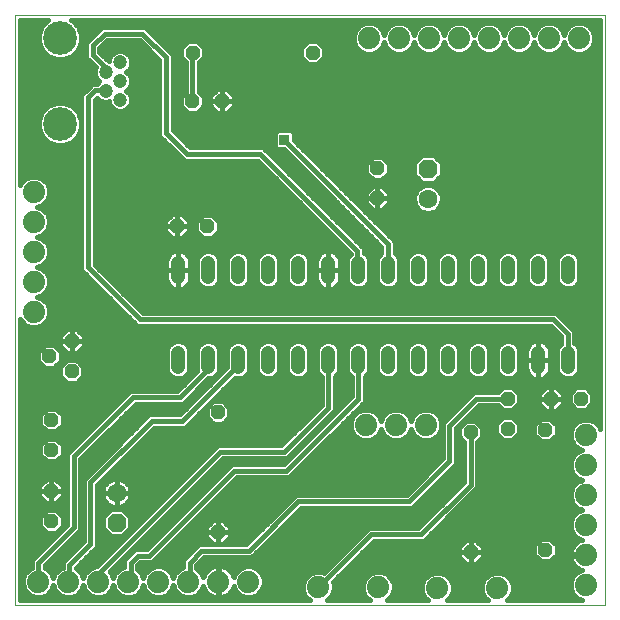
<source format=gtl>
G75*
%MOIN*%
%OFA0B0*%
%FSLAX25Y25*%
%IPPOS*%
%LPD*%
%AMOC8*
5,1,8,0,0,1.08239X$1,22.5*
%
%ADD10C,0.00000*%
%ADD11OC8,0.04800*%
%ADD12C,0.06300*%
%ADD13OC8,0.06300*%
%ADD14C,0.04724*%
%ADD15C,0.11220*%
%ADD16C,0.07400*%
%ADD17C,0.04800*%
%ADD18C,0.01600*%
%ADD19R,0.03543X0.03543*%
D10*
X0009201Y0009713D02*
X0009201Y0206563D01*
X0206051Y0206563D01*
X0206051Y0009713D01*
X0009201Y0009713D01*
D11*
X0021366Y0037665D03*
X0021366Y0047665D03*
X0021366Y0061484D03*
X0021366Y0071484D03*
X0028217Y0087705D03*
X0020717Y0092705D03*
X0028217Y0097705D03*
X0063413Y0136051D03*
X0073413Y0136051D03*
X0068413Y0177665D03*
X0078413Y0177665D03*
X0068531Y0193925D03*
X0108531Y0193925D03*
X0130106Y0155382D03*
X0130106Y0145382D03*
X0173531Y0078571D03*
X0173531Y0068571D03*
X0161209Y0067311D03*
X0186091Y0068098D03*
X0187980Y0078571D03*
X0197980Y0078571D03*
X0186091Y0028098D03*
X0161209Y0027311D03*
X0076957Y0034004D03*
X0076957Y0074004D03*
D12*
X0043138Y0047193D03*
X0146917Y0145106D03*
D13*
X0146917Y0155106D03*
X0043138Y0037193D03*
D14*
X0044280Y0178138D03*
X0039555Y0181287D03*
X0044280Y0184437D03*
X0039555Y0187587D03*
X0044280Y0190736D03*
D15*
X0024201Y0198807D03*
X0024201Y0170067D03*
D16*
X0015500Y0147508D03*
X0015500Y0137508D03*
X0015500Y0127508D03*
X0015500Y0117508D03*
X0015500Y0107508D03*
X0017075Y0017587D03*
X0027075Y0017587D03*
X0037075Y0017587D03*
X0047075Y0017587D03*
X0057075Y0017587D03*
X0067075Y0017587D03*
X0077075Y0017587D03*
X0087075Y0017587D03*
X0110421Y0015736D03*
X0130421Y0015736D03*
X0150028Y0015500D03*
X0170028Y0015500D03*
X0199634Y0016484D03*
X0199634Y0026484D03*
X0199634Y0036484D03*
X0199634Y0046484D03*
X0199634Y0056484D03*
X0199634Y0066484D03*
X0146248Y0069831D03*
X0136248Y0069831D03*
X0126248Y0069831D03*
X0127311Y0198689D03*
X0137311Y0198689D03*
X0147311Y0198689D03*
X0157311Y0198689D03*
X0167311Y0198689D03*
X0177311Y0198689D03*
X0187311Y0198689D03*
X0197311Y0198689D03*
D17*
X0193650Y0123884D02*
X0193650Y0119084D01*
X0183650Y0119084D02*
X0183650Y0123884D01*
X0173650Y0123884D02*
X0173650Y0119084D01*
X0163650Y0119084D02*
X0163650Y0123884D01*
X0153650Y0123884D02*
X0153650Y0119084D01*
X0143650Y0119084D02*
X0143650Y0123884D01*
X0133650Y0123884D02*
X0133650Y0119084D01*
X0123650Y0119084D02*
X0123650Y0123884D01*
X0113650Y0123884D02*
X0113650Y0119084D01*
X0103650Y0119084D02*
X0103650Y0123884D01*
X0093650Y0123884D02*
X0093650Y0119084D01*
X0083650Y0119084D02*
X0083650Y0123884D01*
X0073650Y0123884D02*
X0073650Y0119084D01*
X0063650Y0119084D02*
X0063650Y0123884D01*
X0063650Y0093884D02*
X0063650Y0089084D01*
X0073650Y0089084D02*
X0073650Y0093884D01*
X0083650Y0093884D02*
X0083650Y0089084D01*
X0093650Y0089084D02*
X0093650Y0093884D01*
X0103650Y0093884D02*
X0103650Y0089084D01*
X0113650Y0089084D02*
X0113650Y0093884D01*
X0123650Y0093884D02*
X0123650Y0089084D01*
X0133650Y0089084D02*
X0133650Y0093884D01*
X0143650Y0093884D02*
X0143650Y0089084D01*
X0153650Y0089084D02*
X0153650Y0093884D01*
X0163650Y0093884D02*
X0163650Y0089084D01*
X0173650Y0089084D02*
X0173650Y0093884D01*
X0183650Y0093884D02*
X0183650Y0089084D01*
X0193650Y0089084D02*
X0193650Y0093884D01*
D18*
X0193453Y0091681D02*
X0193650Y0091484D01*
X0193453Y0091681D02*
X0193453Y0100264D01*
X0188728Y0104988D01*
X0050933Y0104988D01*
X0033610Y0122311D01*
X0033610Y0179004D01*
X0035972Y0181366D01*
X0039476Y0181366D01*
X0039555Y0181287D01*
X0036620Y0178916D02*
X0037429Y0178106D01*
X0038809Y0177535D01*
X0040302Y0177535D01*
X0040527Y0177628D01*
X0040527Y0177391D01*
X0041098Y0176012D01*
X0042154Y0174956D01*
X0043533Y0174385D01*
X0045026Y0174385D01*
X0046405Y0174956D01*
X0047461Y0176012D01*
X0048032Y0177391D01*
X0048032Y0178884D01*
X0047461Y0180264D01*
X0046437Y0181287D01*
X0047461Y0182311D01*
X0048032Y0183691D01*
X0048032Y0185183D01*
X0047461Y0186563D01*
X0046437Y0187587D01*
X0047461Y0188610D01*
X0048032Y0189990D01*
X0048032Y0191483D01*
X0047461Y0192862D01*
X0046405Y0193918D01*
X0045026Y0194489D01*
X0043533Y0194489D01*
X0042154Y0193918D01*
X0041098Y0192862D01*
X0040527Y0191483D01*
X0040527Y0191246D01*
X0040302Y0191339D01*
X0040121Y0191339D01*
X0037376Y0194085D01*
X0037376Y0195419D01*
X0040029Y0198073D01*
X0050813Y0198073D01*
X0057404Y0191482D01*
X0057404Y0166286D01*
X0064491Y0159199D01*
X0065774Y0157916D01*
X0090183Y0157916D01*
X0121183Y0126915D01*
X0121183Y0126779D01*
X0120436Y0126031D01*
X0119859Y0124638D01*
X0119859Y0118330D01*
X0120436Y0116937D01*
X0121502Y0115871D01*
X0122896Y0115294D01*
X0124404Y0115294D01*
X0125797Y0115871D01*
X0126863Y0116937D01*
X0127440Y0118330D01*
X0127440Y0124638D01*
X0126863Y0126031D01*
X0125797Y0127098D01*
X0125565Y0127194D01*
X0125565Y0128730D01*
X0124281Y0130013D01*
X0091998Y0162297D01*
X0067588Y0162297D01*
X0061785Y0168100D01*
X0061785Y0193297D01*
X0060502Y0194580D01*
X0060502Y0194580D01*
X0052628Y0202454D01*
X0038215Y0202454D01*
X0036931Y0201171D01*
X0034278Y0198517D01*
X0034278Y0198517D01*
X0032994Y0197234D01*
X0032994Y0192270D01*
X0034278Y0190987D01*
X0036133Y0189131D01*
X0035802Y0188333D01*
X0035802Y0186840D01*
X0036374Y0185461D01*
X0037398Y0184437D01*
X0036517Y0183557D01*
X0035065Y0183557D01*
X0033782Y0182273D01*
X0031420Y0179911D01*
X0031420Y0121404D01*
X0048743Y0104081D01*
X0050026Y0102798D01*
X0187821Y0102798D01*
X0191262Y0099356D01*
X0191262Y0096857D01*
X0190436Y0096031D01*
X0189859Y0094638D01*
X0189859Y0088330D01*
X0190436Y0086937D01*
X0191502Y0085871D01*
X0192896Y0085294D01*
X0194404Y0085294D01*
X0195797Y0085871D01*
X0196863Y0086937D01*
X0197440Y0088330D01*
X0197440Y0094638D01*
X0196863Y0096031D01*
X0195797Y0097098D01*
X0195643Y0097161D01*
X0195643Y0101171D01*
X0194360Y0102454D01*
X0189636Y0107179D01*
X0051840Y0107179D01*
X0035801Y0123218D01*
X0035801Y0178097D01*
X0036620Y0178916D01*
X0035801Y0177556D02*
X0038756Y0177556D01*
X0040354Y0177556D02*
X0040527Y0177556D01*
X0041152Y0175958D02*
X0035801Y0175958D01*
X0035801Y0174359D02*
X0057404Y0174359D01*
X0057404Y0172761D02*
X0035801Y0172761D01*
X0035801Y0171162D02*
X0057404Y0171162D01*
X0057404Y0169564D02*
X0035801Y0169564D01*
X0035801Y0167965D02*
X0057404Y0167965D01*
X0057404Y0166367D02*
X0035801Y0166367D01*
X0035801Y0164768D02*
X0058921Y0164768D01*
X0060520Y0163170D02*
X0035801Y0163170D01*
X0035801Y0161571D02*
X0062118Y0161571D01*
X0063717Y0159973D02*
X0035801Y0159973D01*
X0035801Y0158374D02*
X0065315Y0158374D01*
X0066681Y0160106D02*
X0091091Y0160106D01*
X0123374Y0127823D01*
X0123374Y0121760D01*
X0123650Y0121484D01*
X0127440Y0121608D02*
X0129859Y0121608D01*
X0129859Y0120010D02*
X0127440Y0120010D01*
X0127440Y0118411D02*
X0129859Y0118411D01*
X0129859Y0118330D02*
X0130436Y0116937D01*
X0131502Y0115871D01*
X0132896Y0115294D01*
X0134404Y0115294D01*
X0135797Y0115871D01*
X0136863Y0116937D01*
X0137440Y0118330D01*
X0137440Y0124638D01*
X0136863Y0126031D01*
X0135801Y0127094D01*
X0135801Y0131092D01*
X0134518Y0132376D01*
X0102127Y0164766D01*
X0102127Y0167178D01*
X0101312Y0167993D01*
X0096617Y0167993D01*
X0095802Y0167178D01*
X0095802Y0162483D01*
X0096617Y0161669D01*
X0099029Y0161669D01*
X0131420Y0129278D01*
X0131420Y0127015D01*
X0130436Y0126031D01*
X0129859Y0124638D01*
X0129859Y0118330D01*
X0130560Y0116813D02*
X0126739Y0116813D01*
X0120560Y0116813D02*
X0116928Y0116813D01*
X0116747Y0116542D02*
X0117183Y0117195D01*
X0117484Y0117921D01*
X0117637Y0118692D01*
X0117637Y0121484D01*
X0113650Y0121484D01*
X0113650Y0121484D01*
X0113650Y0115097D01*
X0114042Y0115097D01*
X0114813Y0115250D01*
X0115538Y0115551D01*
X0116191Y0115987D01*
X0116747Y0116542D01*
X0117581Y0118411D02*
X0119859Y0118411D01*
X0119859Y0120010D02*
X0117637Y0120010D01*
X0117637Y0121484D02*
X0117637Y0124277D01*
X0117484Y0125047D01*
X0117183Y0125773D01*
X0116747Y0126426D01*
X0116191Y0126981D01*
X0115538Y0127418D01*
X0114813Y0127718D01*
X0114042Y0127872D01*
X0113650Y0127872D01*
X0113650Y0121484D01*
X0113650Y0121484D01*
X0117637Y0121484D01*
X0117637Y0121608D02*
X0119859Y0121608D01*
X0119859Y0123207D02*
X0117637Y0123207D01*
X0117532Y0124805D02*
X0119928Y0124805D01*
X0120809Y0126404D02*
X0116762Y0126404D01*
X0118498Y0129601D02*
X0035801Y0129601D01*
X0035801Y0131199D02*
X0116899Y0131199D01*
X0115301Y0132798D02*
X0075521Y0132798D01*
X0074983Y0132261D02*
X0077204Y0134481D01*
X0077204Y0137621D01*
X0074983Y0139842D01*
X0071843Y0139842D01*
X0069623Y0137621D01*
X0069623Y0134481D01*
X0071843Y0132261D01*
X0074983Y0132261D01*
X0077119Y0134396D02*
X0113702Y0134396D01*
X0112104Y0135995D02*
X0077204Y0135995D01*
X0077204Y0137594D02*
X0110505Y0137594D01*
X0108907Y0139192D02*
X0075633Y0139192D01*
X0071194Y0139192D02*
X0065912Y0139192D01*
X0065065Y0140039D02*
X0063413Y0140039D01*
X0061762Y0140039D01*
X0059426Y0137703D01*
X0059426Y0136051D01*
X0059426Y0134400D01*
X0061762Y0132064D01*
X0063413Y0132064D01*
X0063413Y0136051D01*
X0059426Y0136051D01*
X0063413Y0136051D01*
X0063413Y0136051D01*
X0063413Y0136051D01*
X0063413Y0132064D01*
X0065065Y0132064D01*
X0067401Y0134400D01*
X0067401Y0136051D01*
X0063414Y0136051D01*
X0063414Y0136051D01*
X0067401Y0136051D01*
X0067401Y0137703D01*
X0065065Y0140039D01*
X0063413Y0140039D02*
X0063413Y0136051D01*
X0063413Y0140039D01*
X0063413Y0139192D02*
X0063413Y0139192D01*
X0063413Y0137594D02*
X0063413Y0137594D01*
X0063413Y0136051D02*
X0063413Y0136051D01*
X0063413Y0135995D02*
X0063413Y0135995D01*
X0063413Y0134396D02*
X0063413Y0134396D01*
X0063413Y0132798D02*
X0063413Y0132798D01*
X0061028Y0132798D02*
X0035801Y0132798D01*
X0035801Y0134396D02*
X0059429Y0134396D01*
X0059426Y0135995D02*
X0035801Y0135995D01*
X0035801Y0137594D02*
X0059426Y0137594D01*
X0060915Y0139192D02*
X0035801Y0139192D01*
X0035801Y0140791D02*
X0107308Y0140791D01*
X0105710Y0142389D02*
X0035801Y0142389D01*
X0035801Y0143988D02*
X0104111Y0143988D01*
X0102513Y0145586D02*
X0035801Y0145586D01*
X0035801Y0147185D02*
X0100914Y0147185D01*
X0099316Y0148783D02*
X0035801Y0148783D01*
X0035801Y0150382D02*
X0097717Y0150382D01*
X0096119Y0151980D02*
X0035801Y0151980D01*
X0035801Y0153579D02*
X0094520Y0153579D01*
X0092922Y0155177D02*
X0035801Y0155177D01*
X0035801Y0156776D02*
X0091323Y0156776D01*
X0094322Y0159973D02*
X0100725Y0159973D01*
X0099126Y0161571D02*
X0092724Y0161571D01*
X0095802Y0163170D02*
X0066716Y0163170D01*
X0065117Y0164768D02*
X0095802Y0164768D01*
X0095802Y0166367D02*
X0063519Y0166367D01*
X0061920Y0167965D02*
X0096589Y0167965D01*
X0098965Y0164831D02*
X0133610Y0130185D01*
X0133610Y0121524D01*
X0133650Y0121484D01*
X0137440Y0121608D02*
X0139859Y0121608D01*
X0139859Y0120010D02*
X0137440Y0120010D01*
X0137440Y0118411D02*
X0139859Y0118411D01*
X0139859Y0118330D02*
X0140436Y0116937D01*
X0141502Y0115871D01*
X0142896Y0115294D01*
X0144404Y0115294D01*
X0145797Y0115871D01*
X0146863Y0116937D01*
X0147440Y0118330D01*
X0147440Y0124638D01*
X0146863Y0126031D01*
X0145797Y0127098D01*
X0144404Y0127675D01*
X0142896Y0127675D01*
X0141502Y0127098D01*
X0140436Y0126031D01*
X0139859Y0124638D01*
X0139859Y0118330D01*
X0140560Y0116813D02*
X0136739Y0116813D01*
X0137440Y0123207D02*
X0139859Y0123207D01*
X0139928Y0124805D02*
X0137371Y0124805D01*
X0136491Y0126404D02*
X0140809Y0126404D01*
X0135801Y0128002D02*
X0204267Y0128002D01*
X0204267Y0126404D02*
X0196491Y0126404D01*
X0196863Y0126031D02*
X0195797Y0127098D01*
X0194404Y0127675D01*
X0192896Y0127675D01*
X0191502Y0127098D01*
X0190436Y0126031D01*
X0189859Y0124638D01*
X0189859Y0118330D01*
X0190436Y0116937D01*
X0191502Y0115871D01*
X0192896Y0115294D01*
X0194404Y0115294D01*
X0195797Y0115871D01*
X0196863Y0116937D01*
X0197440Y0118330D01*
X0197440Y0124638D01*
X0196863Y0126031D01*
X0197371Y0124805D02*
X0204267Y0124805D01*
X0204267Y0123207D02*
X0197440Y0123207D01*
X0197440Y0121608D02*
X0204267Y0121608D01*
X0204267Y0120010D02*
X0197440Y0120010D01*
X0197440Y0118411D02*
X0204267Y0118411D01*
X0204267Y0116813D02*
X0196739Y0116813D01*
X0190560Y0116813D02*
X0186739Y0116813D01*
X0186863Y0116937D02*
X0187440Y0118330D01*
X0187440Y0124638D01*
X0186863Y0126031D01*
X0185797Y0127098D01*
X0184404Y0127675D01*
X0182896Y0127675D01*
X0181502Y0127098D01*
X0180436Y0126031D01*
X0179859Y0124638D01*
X0179859Y0118330D01*
X0180436Y0116937D01*
X0181502Y0115871D01*
X0182896Y0115294D01*
X0184404Y0115294D01*
X0185797Y0115871D01*
X0186863Y0116937D01*
X0187440Y0118411D02*
X0189859Y0118411D01*
X0189859Y0120010D02*
X0187440Y0120010D01*
X0187440Y0121608D02*
X0189859Y0121608D01*
X0189859Y0123207D02*
X0187440Y0123207D01*
X0187371Y0124805D02*
X0189928Y0124805D01*
X0190809Y0126404D02*
X0186491Y0126404D01*
X0180809Y0126404D02*
X0176491Y0126404D01*
X0176863Y0126031D02*
X0175797Y0127098D01*
X0174404Y0127675D01*
X0172896Y0127675D01*
X0171502Y0127098D01*
X0170436Y0126031D01*
X0169859Y0124638D01*
X0169859Y0118330D01*
X0170436Y0116937D01*
X0171502Y0115871D01*
X0172896Y0115294D01*
X0174404Y0115294D01*
X0175797Y0115871D01*
X0176863Y0116937D01*
X0177440Y0118330D01*
X0177440Y0124638D01*
X0176863Y0126031D01*
X0177371Y0124805D02*
X0179928Y0124805D01*
X0179859Y0123207D02*
X0177440Y0123207D01*
X0177440Y0121608D02*
X0179859Y0121608D01*
X0179859Y0120010D02*
X0177440Y0120010D01*
X0177440Y0118411D02*
X0179859Y0118411D01*
X0180560Y0116813D02*
X0176739Y0116813D01*
X0170560Y0116813D02*
X0166739Y0116813D01*
X0166863Y0116937D02*
X0167440Y0118330D01*
X0167440Y0124638D01*
X0166863Y0126031D01*
X0165797Y0127098D01*
X0164404Y0127675D01*
X0162896Y0127675D01*
X0161502Y0127098D01*
X0160436Y0126031D01*
X0159859Y0124638D01*
X0159859Y0118330D01*
X0160436Y0116937D01*
X0161502Y0115871D01*
X0162896Y0115294D01*
X0164404Y0115294D01*
X0165797Y0115871D01*
X0166863Y0116937D01*
X0167440Y0118411D02*
X0169859Y0118411D01*
X0169859Y0120010D02*
X0167440Y0120010D01*
X0167440Y0121608D02*
X0169859Y0121608D01*
X0169859Y0123207D02*
X0167440Y0123207D01*
X0167371Y0124805D02*
X0169928Y0124805D01*
X0170809Y0126404D02*
X0166491Y0126404D01*
X0160809Y0126404D02*
X0156491Y0126404D01*
X0156863Y0126031D02*
X0155797Y0127098D01*
X0154404Y0127675D01*
X0152896Y0127675D01*
X0151502Y0127098D01*
X0150436Y0126031D01*
X0149859Y0124638D01*
X0149859Y0118330D01*
X0150436Y0116937D01*
X0151502Y0115871D01*
X0152896Y0115294D01*
X0154404Y0115294D01*
X0155797Y0115871D01*
X0156863Y0116937D01*
X0157440Y0118330D01*
X0157440Y0124638D01*
X0156863Y0126031D01*
X0157371Y0124805D02*
X0159928Y0124805D01*
X0159859Y0123207D02*
X0157440Y0123207D01*
X0157440Y0121608D02*
X0159859Y0121608D01*
X0159859Y0120010D02*
X0157440Y0120010D01*
X0157440Y0118411D02*
X0159859Y0118411D01*
X0160560Y0116813D02*
X0156739Y0116813D01*
X0150560Y0116813D02*
X0146739Y0116813D01*
X0147440Y0118411D02*
X0149859Y0118411D01*
X0149859Y0120010D02*
X0147440Y0120010D01*
X0147440Y0121608D02*
X0149859Y0121608D01*
X0149859Y0123207D02*
X0147440Y0123207D01*
X0147371Y0124805D02*
X0149928Y0124805D01*
X0150809Y0126404D02*
X0146491Y0126404D01*
X0135801Y0129601D02*
X0204267Y0129601D01*
X0204267Y0131199D02*
X0135694Y0131199D01*
X0134095Y0132798D02*
X0204267Y0132798D01*
X0204267Y0134396D02*
X0132497Y0134396D01*
X0130898Y0135995D02*
X0204267Y0135995D01*
X0204267Y0137594D02*
X0129300Y0137594D01*
X0127701Y0139192D02*
X0204267Y0139192D01*
X0204267Y0140791D02*
X0148363Y0140791D01*
X0147820Y0140566D02*
X0149489Y0141257D01*
X0150767Y0142534D01*
X0151458Y0144203D01*
X0151458Y0146009D01*
X0150767Y0147678D01*
X0149489Y0148956D01*
X0147820Y0149647D01*
X0146014Y0149647D01*
X0144345Y0148956D01*
X0143068Y0147678D01*
X0142377Y0146009D01*
X0142377Y0144203D01*
X0143068Y0142534D01*
X0144345Y0141257D01*
X0146014Y0140566D01*
X0147820Y0140566D01*
X0145471Y0140791D02*
X0126103Y0140791D01*
X0127460Y0142389D02*
X0124504Y0142389D01*
X0126119Y0143730D02*
X0128455Y0141394D01*
X0130106Y0141394D01*
X0130106Y0145382D01*
X0130106Y0145382D01*
X0126119Y0145382D01*
X0126119Y0147034D01*
X0128455Y0149369D01*
X0130106Y0149369D01*
X0130106Y0145382D01*
X0130106Y0145382D01*
X0126119Y0145382D01*
X0126119Y0143730D01*
X0126119Y0143988D02*
X0122906Y0143988D01*
X0121307Y0145586D02*
X0126119Y0145586D01*
X0126270Y0147185D02*
X0119709Y0147185D01*
X0118110Y0148783D02*
X0127868Y0148783D01*
X0130106Y0148783D02*
X0130106Y0148783D01*
X0130106Y0149369D02*
X0130106Y0145382D01*
X0130106Y0145382D01*
X0134094Y0145382D01*
X0134094Y0147034D01*
X0131758Y0149369D01*
X0130106Y0149369D01*
X0130106Y0147185D02*
X0130106Y0147185D01*
X0130106Y0145586D02*
X0130106Y0145586D01*
X0130106Y0145382D02*
X0130106Y0145382D01*
X0130106Y0141394D01*
X0131758Y0141394D01*
X0134094Y0143730D01*
X0134094Y0145382D01*
X0130106Y0145382D01*
X0130106Y0143988D02*
X0130106Y0143988D01*
X0130106Y0142389D02*
X0130106Y0142389D01*
X0132752Y0142389D02*
X0143213Y0142389D01*
X0142466Y0143988D02*
X0134094Y0143988D01*
X0134094Y0145586D02*
X0142377Y0145586D01*
X0142864Y0147185D02*
X0133943Y0147185D01*
X0132344Y0148783D02*
X0144173Y0148783D01*
X0145037Y0150566D02*
X0148798Y0150566D01*
X0151458Y0153226D01*
X0151458Y0156987D01*
X0148798Y0159647D01*
X0145037Y0159647D01*
X0142377Y0156987D01*
X0142377Y0153226D01*
X0145037Y0150566D01*
X0143622Y0151980D02*
X0132065Y0151980D01*
X0131676Y0151591D02*
X0133897Y0153812D01*
X0133897Y0156952D01*
X0131676Y0159172D01*
X0128536Y0159172D01*
X0126316Y0156952D01*
X0126316Y0153812D01*
X0128536Y0151591D01*
X0131676Y0151591D01*
X0133664Y0153579D02*
X0142377Y0153579D01*
X0142377Y0155177D02*
X0133897Y0155177D01*
X0133897Y0156776D02*
X0142377Y0156776D01*
X0143764Y0158374D02*
X0132475Y0158374D01*
X0127738Y0158374D02*
X0108519Y0158374D01*
X0110118Y0156776D02*
X0126316Y0156776D01*
X0126316Y0155177D02*
X0111716Y0155177D01*
X0113315Y0153579D02*
X0126549Y0153579D01*
X0128147Y0151980D02*
X0114913Y0151980D01*
X0116512Y0150382D02*
X0204267Y0150382D01*
X0204267Y0151980D02*
X0150212Y0151980D01*
X0151458Y0153579D02*
X0204267Y0153579D01*
X0204267Y0155177D02*
X0151458Y0155177D01*
X0151458Y0156776D02*
X0204267Y0156776D01*
X0204267Y0158374D02*
X0150071Y0158374D01*
X0149662Y0148783D02*
X0204267Y0148783D01*
X0204267Y0147185D02*
X0150971Y0147185D01*
X0151458Y0145586D02*
X0204267Y0145586D01*
X0204267Y0143988D02*
X0151369Y0143988D01*
X0150621Y0142389D02*
X0204267Y0142389D01*
X0204267Y0159973D02*
X0106920Y0159973D01*
X0105322Y0161571D02*
X0204267Y0161571D01*
X0204267Y0163170D02*
X0103723Y0163170D01*
X0102127Y0164768D02*
X0204267Y0164768D01*
X0204267Y0166367D02*
X0102127Y0166367D01*
X0101340Y0167965D02*
X0204267Y0167965D01*
X0204267Y0169564D02*
X0061785Y0169564D01*
X0061785Y0171162D02*
X0204267Y0171162D01*
X0204267Y0172761D02*
X0061785Y0172761D01*
X0061785Y0174359D02*
X0066359Y0174359D01*
X0066843Y0173875D02*
X0064623Y0176095D01*
X0064623Y0179235D01*
X0066223Y0180835D01*
X0066223Y0190873D01*
X0064741Y0192355D01*
X0064741Y0195495D01*
X0066961Y0197716D01*
X0070102Y0197716D01*
X0072322Y0195495D01*
X0072322Y0192355D01*
X0070604Y0190637D01*
X0070604Y0180835D01*
X0072204Y0179235D01*
X0072204Y0176095D01*
X0069983Y0173875D01*
X0066843Y0173875D01*
X0064760Y0175958D02*
X0061785Y0175958D01*
X0061785Y0177556D02*
X0064623Y0177556D01*
X0064623Y0179155D02*
X0061785Y0179155D01*
X0061785Y0180753D02*
X0066141Y0180753D01*
X0066223Y0182352D02*
X0061785Y0182352D01*
X0061785Y0183950D02*
X0066223Y0183950D01*
X0066223Y0185549D02*
X0061785Y0185549D01*
X0061785Y0187147D02*
X0066223Y0187147D01*
X0066223Y0188746D02*
X0061785Y0188746D01*
X0061785Y0190344D02*
X0066223Y0190344D01*
X0065153Y0191943D02*
X0061785Y0191943D01*
X0061541Y0193541D02*
X0064741Y0193541D01*
X0064741Y0195140D02*
X0059942Y0195140D01*
X0058344Y0196738D02*
X0065984Y0196738D01*
X0068413Y0193020D02*
X0068413Y0177665D01*
X0070686Y0180753D02*
X0075862Y0180753D01*
X0076762Y0181653D02*
X0074426Y0179317D01*
X0074426Y0177665D01*
X0074426Y0176014D01*
X0076762Y0173678D01*
X0078413Y0173678D01*
X0078413Y0177665D01*
X0078413Y0177665D01*
X0074426Y0177665D01*
X0078413Y0177665D01*
X0078413Y0177665D01*
X0078413Y0173678D01*
X0080065Y0173678D01*
X0082401Y0176014D01*
X0082401Y0177665D01*
X0078414Y0177665D01*
X0078414Y0177665D01*
X0082401Y0177665D01*
X0082401Y0179317D01*
X0080065Y0181653D01*
X0078413Y0181653D01*
X0076762Y0181653D01*
X0078413Y0181653D02*
X0078413Y0177665D01*
X0078413Y0177665D01*
X0078413Y0181653D01*
X0078413Y0180753D02*
X0078413Y0180753D01*
X0078413Y0179155D02*
X0078413Y0179155D01*
X0078413Y0177556D02*
X0078413Y0177556D01*
X0078413Y0175958D02*
X0078413Y0175958D01*
X0078413Y0174359D02*
X0078413Y0174359D01*
X0076080Y0174359D02*
X0070468Y0174359D01*
X0072066Y0175958D02*
X0074482Y0175958D01*
X0074426Y0177556D02*
X0072204Y0177556D01*
X0072204Y0179155D02*
X0074426Y0179155D01*
X0070604Y0182352D02*
X0204267Y0182352D01*
X0204267Y0183950D02*
X0070604Y0183950D01*
X0070604Y0185549D02*
X0204267Y0185549D01*
X0204267Y0187147D02*
X0070604Y0187147D01*
X0070604Y0188746D02*
X0204267Y0188746D01*
X0204267Y0190344D02*
X0110311Y0190344D01*
X0110102Y0190135D02*
X0112322Y0192355D01*
X0112322Y0195495D01*
X0110102Y0197716D01*
X0106961Y0197716D01*
X0104741Y0195495D01*
X0104741Y0192355D01*
X0106961Y0190135D01*
X0110102Y0190135D01*
X0111910Y0191943D02*
X0204267Y0191943D01*
X0204267Y0193541D02*
X0112322Y0193541D01*
X0112322Y0195140D02*
X0123661Y0195140D01*
X0122995Y0195805D02*
X0124427Y0194373D01*
X0126298Y0193598D01*
X0128324Y0193598D01*
X0130195Y0194373D01*
X0131627Y0195805D01*
X0132311Y0197458D01*
X0132995Y0195805D01*
X0134427Y0194373D01*
X0136298Y0193598D01*
X0138324Y0193598D01*
X0140195Y0194373D01*
X0141627Y0195805D01*
X0142311Y0197458D01*
X0142995Y0195805D01*
X0144427Y0194373D01*
X0146298Y0193598D01*
X0148324Y0193598D01*
X0150195Y0194373D01*
X0151627Y0195805D01*
X0152311Y0197458D01*
X0152995Y0195805D01*
X0154427Y0194373D01*
X0156298Y0193598D01*
X0158324Y0193598D01*
X0160195Y0194373D01*
X0161627Y0195805D01*
X0162311Y0197458D01*
X0162995Y0195805D01*
X0164427Y0194373D01*
X0166298Y0193598D01*
X0168324Y0193598D01*
X0170195Y0194373D01*
X0171627Y0195805D01*
X0172311Y0197458D01*
X0172995Y0195805D01*
X0174427Y0194373D01*
X0176298Y0193598D01*
X0178324Y0193598D01*
X0180195Y0194373D01*
X0181627Y0195805D01*
X0182311Y0197458D01*
X0182995Y0195805D01*
X0184427Y0194373D01*
X0186298Y0193598D01*
X0188324Y0193598D01*
X0190195Y0194373D01*
X0191627Y0195805D01*
X0192311Y0197458D01*
X0192995Y0195805D01*
X0194427Y0194373D01*
X0196298Y0193598D01*
X0198324Y0193598D01*
X0200195Y0194373D01*
X0201627Y0195805D01*
X0202402Y0197676D01*
X0202402Y0199702D01*
X0201627Y0201573D01*
X0200195Y0203005D01*
X0198324Y0203780D01*
X0196298Y0203780D01*
X0194427Y0203005D01*
X0192995Y0201573D01*
X0192311Y0199920D01*
X0191627Y0201573D01*
X0190195Y0203005D01*
X0188324Y0203780D01*
X0186298Y0203780D01*
X0184427Y0203005D01*
X0182995Y0201573D01*
X0182311Y0199920D01*
X0181627Y0201573D01*
X0180195Y0203005D01*
X0178324Y0203780D01*
X0176298Y0203780D01*
X0174427Y0203005D01*
X0172995Y0201573D01*
X0172311Y0199920D01*
X0171627Y0201573D01*
X0170195Y0203005D01*
X0168324Y0203780D01*
X0166298Y0203780D01*
X0164427Y0203005D01*
X0162995Y0201573D01*
X0162311Y0199920D01*
X0161627Y0201573D01*
X0160195Y0203005D01*
X0158324Y0203780D01*
X0156298Y0203780D01*
X0154427Y0203005D01*
X0152995Y0201573D01*
X0152311Y0199920D01*
X0151627Y0201573D01*
X0150195Y0203005D01*
X0148324Y0203780D01*
X0146298Y0203780D01*
X0144427Y0203005D01*
X0142995Y0201573D01*
X0142311Y0199920D01*
X0141627Y0201573D01*
X0140195Y0203005D01*
X0138324Y0203780D01*
X0136298Y0203780D01*
X0134427Y0203005D01*
X0132995Y0201573D01*
X0132311Y0199920D01*
X0131627Y0201573D01*
X0130195Y0203005D01*
X0128324Y0203780D01*
X0126298Y0203780D01*
X0124427Y0203005D01*
X0122995Y0201573D01*
X0122220Y0199702D01*
X0122220Y0197676D01*
X0122995Y0195805D01*
X0122609Y0196738D02*
X0111079Y0196738D01*
X0105984Y0196738D02*
X0071079Y0196738D01*
X0072322Y0195140D02*
X0104741Y0195140D01*
X0104741Y0193541D02*
X0072322Y0193541D01*
X0071910Y0191943D02*
X0105153Y0191943D01*
X0106752Y0190344D02*
X0070604Y0190344D01*
X0059594Y0192390D02*
X0051720Y0200264D01*
X0039122Y0200264D01*
X0035185Y0196327D01*
X0035185Y0193177D01*
X0039555Y0188807D01*
X0039555Y0187587D01*
X0036911Y0183950D02*
X0010985Y0183950D01*
X0010985Y0182352D02*
X0033860Y0182352D01*
X0032262Y0180753D02*
X0010985Y0180753D01*
X0010985Y0179155D02*
X0031420Y0179155D01*
X0031420Y0177556D02*
X0010985Y0177556D01*
X0010985Y0175958D02*
X0020191Y0175958D01*
X0020235Y0176002D02*
X0018266Y0174033D01*
X0017200Y0171459D01*
X0017200Y0168674D01*
X0018266Y0166101D01*
X0020235Y0164132D01*
X0022808Y0163066D01*
X0025593Y0163066D01*
X0028166Y0164132D01*
X0030136Y0166101D01*
X0031202Y0168674D01*
X0031202Y0171459D01*
X0030136Y0174033D01*
X0028166Y0176002D01*
X0025593Y0177068D01*
X0022808Y0177068D01*
X0020235Y0176002D01*
X0018593Y0174359D02*
X0010985Y0174359D01*
X0010985Y0172761D02*
X0017739Y0172761D01*
X0017200Y0171162D02*
X0010985Y0171162D01*
X0010985Y0169564D02*
X0017200Y0169564D01*
X0017494Y0167965D02*
X0010985Y0167965D01*
X0010985Y0166367D02*
X0018156Y0166367D01*
X0019599Y0164768D02*
X0010985Y0164768D01*
X0010985Y0163170D02*
X0022558Y0163170D01*
X0025843Y0163170D02*
X0031420Y0163170D01*
X0031420Y0164768D02*
X0028803Y0164768D01*
X0030246Y0166367D02*
X0031420Y0166367D01*
X0031420Y0167965D02*
X0030908Y0167965D01*
X0031202Y0169564D02*
X0031420Y0169564D01*
X0031420Y0171162D02*
X0031202Y0171162D01*
X0031420Y0172761D02*
X0030663Y0172761D01*
X0031420Y0174359D02*
X0029809Y0174359D01*
X0028211Y0175958D02*
X0031420Y0175958D01*
X0036337Y0185549D02*
X0010985Y0185549D01*
X0010985Y0187147D02*
X0035802Y0187147D01*
X0035973Y0188746D02*
X0010985Y0188746D01*
X0010985Y0190344D02*
X0034920Y0190344D01*
X0033321Y0191943D02*
X0025923Y0191943D01*
X0025593Y0191806D02*
X0028166Y0192872D01*
X0030136Y0194841D01*
X0031202Y0197415D01*
X0031202Y0200200D01*
X0030136Y0202773D01*
X0028166Y0204742D01*
X0028078Y0204779D01*
X0204267Y0204779D01*
X0204267Y0068601D01*
X0203949Y0069368D01*
X0202517Y0070800D01*
X0200646Y0071575D01*
X0198621Y0071575D01*
X0196750Y0070800D01*
X0195318Y0069368D01*
X0194543Y0067497D01*
X0194543Y0065472D01*
X0195318Y0063601D01*
X0196750Y0062169D01*
X0198403Y0061484D01*
X0196750Y0060800D01*
X0195318Y0059368D01*
X0194543Y0057497D01*
X0194543Y0055472D01*
X0195318Y0053601D01*
X0196750Y0052169D01*
X0198403Y0051484D01*
X0196750Y0050800D01*
X0195318Y0049368D01*
X0194543Y0047497D01*
X0194543Y0045472D01*
X0195318Y0043601D01*
X0196750Y0042169D01*
X0198403Y0041484D01*
X0196750Y0040800D01*
X0195318Y0039368D01*
X0194543Y0037497D01*
X0194543Y0035472D01*
X0195318Y0033601D01*
X0196750Y0032169D01*
X0198187Y0031574D01*
X0197604Y0031384D01*
X0196863Y0031006D01*
X0196189Y0030517D01*
X0195601Y0029929D01*
X0195112Y0029255D01*
X0194734Y0028514D01*
X0194477Y0027722D01*
X0194346Y0026900D01*
X0194346Y0026684D01*
X0199434Y0026684D01*
X0199434Y0026284D01*
X0194346Y0026284D01*
X0194346Y0026068D01*
X0194477Y0025246D01*
X0194734Y0024455D01*
X0195112Y0023713D01*
X0195601Y0023040D01*
X0196189Y0022451D01*
X0196863Y0021962D01*
X0197604Y0021584D01*
X0198187Y0021395D01*
X0196750Y0020800D01*
X0195318Y0019368D01*
X0194543Y0017497D01*
X0194543Y0015472D01*
X0195318Y0013601D01*
X0196750Y0012169D01*
X0198372Y0011497D01*
X0173224Y0011497D01*
X0174343Y0012616D01*
X0175118Y0014487D01*
X0175118Y0016513D01*
X0174343Y0018384D01*
X0172911Y0019816D01*
X0171040Y0020591D01*
X0169015Y0020591D01*
X0167144Y0019816D01*
X0165712Y0018384D01*
X0164937Y0016513D01*
X0164937Y0014487D01*
X0165712Y0012616D01*
X0166832Y0011497D01*
X0153224Y0011497D01*
X0154343Y0012616D01*
X0155118Y0014487D01*
X0155118Y0016513D01*
X0154343Y0018384D01*
X0152911Y0019816D01*
X0151040Y0020591D01*
X0149015Y0020591D01*
X0147144Y0019816D01*
X0145712Y0018384D01*
X0144937Y0016513D01*
X0144937Y0014487D01*
X0145712Y0012616D01*
X0146832Y0011497D01*
X0133381Y0011497D01*
X0134737Y0012853D01*
X0135512Y0014724D01*
X0135512Y0016749D01*
X0134737Y0018620D01*
X0133305Y0020052D01*
X0131434Y0020827D01*
X0129409Y0020827D01*
X0127538Y0020052D01*
X0126106Y0018620D01*
X0125331Y0016749D01*
X0125331Y0014724D01*
X0126106Y0012853D01*
X0127462Y0011497D01*
X0113381Y0011497D01*
X0114737Y0012853D01*
X0115512Y0014724D01*
X0115512Y0016749D01*
X0115225Y0017442D01*
X0128927Y0031144D01*
X0145541Y0031144D01*
X0162077Y0047680D01*
X0163360Y0048963D01*
X0163360Y0064102D01*
X0164999Y0065741D01*
X0164999Y0068881D01*
X0162779Y0071102D01*
X0159639Y0071102D01*
X0157418Y0068881D01*
X0157418Y0065741D01*
X0158979Y0064180D01*
X0158979Y0050777D01*
X0143727Y0035525D01*
X0127112Y0035525D01*
X0125829Y0034242D01*
X0112127Y0020540D01*
X0111434Y0020827D01*
X0109409Y0020827D01*
X0107538Y0020052D01*
X0106106Y0018620D01*
X0105331Y0016749D01*
X0105331Y0014724D01*
X0106106Y0012853D01*
X0107462Y0011497D01*
X0010985Y0011497D01*
X0010985Y0105106D01*
X0011184Y0104624D01*
X0012616Y0103192D01*
X0014487Y0102417D01*
X0016513Y0102417D01*
X0018384Y0103192D01*
X0019816Y0104624D01*
X0020591Y0106495D01*
X0020591Y0108520D01*
X0019816Y0110391D01*
X0018384Y0111823D01*
X0016731Y0112508D01*
X0018384Y0113192D01*
X0019816Y0114624D01*
X0020591Y0116495D01*
X0020591Y0118520D01*
X0019816Y0120391D01*
X0018384Y0121823D01*
X0016731Y0122508D01*
X0018384Y0123192D01*
X0019816Y0124624D01*
X0020591Y0126495D01*
X0020591Y0128520D01*
X0019816Y0130391D01*
X0018384Y0131823D01*
X0016731Y0132508D01*
X0018384Y0133192D01*
X0019816Y0134624D01*
X0020591Y0136495D01*
X0020591Y0138520D01*
X0019816Y0140391D01*
X0018384Y0141823D01*
X0016731Y0142508D01*
X0018384Y0143192D01*
X0019816Y0144624D01*
X0020591Y0146495D01*
X0020591Y0148520D01*
X0019816Y0150391D01*
X0018384Y0151823D01*
X0016513Y0152598D01*
X0014487Y0152598D01*
X0012616Y0151823D01*
X0011184Y0150391D01*
X0010985Y0149910D01*
X0010985Y0204779D01*
X0020324Y0204779D01*
X0020235Y0204742D01*
X0018266Y0202773D01*
X0017200Y0200200D01*
X0017200Y0197415D01*
X0018266Y0194841D01*
X0020235Y0192872D01*
X0022808Y0191806D01*
X0025593Y0191806D01*
X0022478Y0191943D02*
X0010985Y0191943D01*
X0010985Y0193541D02*
X0019566Y0193541D01*
X0018142Y0195140D02*
X0010985Y0195140D01*
X0010985Y0196738D02*
X0017480Y0196738D01*
X0017200Y0198337D02*
X0010985Y0198337D01*
X0010985Y0199935D02*
X0017200Y0199935D01*
X0017753Y0201534D02*
X0010985Y0201534D01*
X0010985Y0203132D02*
X0018626Y0203132D01*
X0020224Y0204731D02*
X0010985Y0204731D01*
X0028177Y0204731D02*
X0204267Y0204731D01*
X0204267Y0203132D02*
X0199886Y0203132D01*
X0201643Y0201534D02*
X0204267Y0201534D01*
X0204267Y0199935D02*
X0202305Y0199935D01*
X0202402Y0198337D02*
X0204267Y0198337D01*
X0204267Y0196738D02*
X0202013Y0196738D01*
X0200961Y0195140D02*
X0204267Y0195140D01*
X0193661Y0195140D02*
X0190961Y0195140D01*
X0192013Y0196738D02*
X0192609Y0196738D01*
X0192317Y0199935D02*
X0192305Y0199935D01*
X0191643Y0201534D02*
X0192979Y0201534D01*
X0194736Y0203132D02*
X0189886Y0203132D01*
X0184736Y0203132D02*
X0179886Y0203132D01*
X0181643Y0201534D02*
X0182979Y0201534D01*
X0182317Y0199935D02*
X0182305Y0199935D01*
X0182013Y0196738D02*
X0182609Y0196738D01*
X0183661Y0195140D02*
X0180961Y0195140D01*
X0173661Y0195140D02*
X0170961Y0195140D01*
X0172013Y0196738D02*
X0172609Y0196738D01*
X0172317Y0199935D02*
X0172305Y0199935D01*
X0171643Y0201534D02*
X0172979Y0201534D01*
X0174736Y0203132D02*
X0169886Y0203132D01*
X0164736Y0203132D02*
X0159886Y0203132D01*
X0161643Y0201534D02*
X0162979Y0201534D01*
X0162317Y0199935D02*
X0162305Y0199935D01*
X0162013Y0196738D02*
X0162609Y0196738D01*
X0163661Y0195140D02*
X0160961Y0195140D01*
X0153661Y0195140D02*
X0150961Y0195140D01*
X0152013Y0196738D02*
X0152609Y0196738D01*
X0152317Y0199935D02*
X0152305Y0199935D01*
X0151643Y0201534D02*
X0152979Y0201534D01*
X0154736Y0203132D02*
X0149886Y0203132D01*
X0144736Y0203132D02*
X0139886Y0203132D01*
X0141643Y0201534D02*
X0142979Y0201534D01*
X0142317Y0199935D02*
X0142305Y0199935D01*
X0142013Y0196738D02*
X0142609Y0196738D01*
X0143661Y0195140D02*
X0140961Y0195140D01*
X0133661Y0195140D02*
X0130961Y0195140D01*
X0132013Y0196738D02*
X0132609Y0196738D01*
X0132317Y0199935D02*
X0132305Y0199935D01*
X0131643Y0201534D02*
X0132979Y0201534D01*
X0134736Y0203132D02*
X0129886Y0203132D01*
X0124736Y0203132D02*
X0029776Y0203132D01*
X0030649Y0201534D02*
X0037294Y0201534D01*
X0036931Y0201171D02*
X0036931Y0201171D01*
X0035696Y0199935D02*
X0031202Y0199935D01*
X0031202Y0198337D02*
X0034097Y0198337D01*
X0032994Y0196738D02*
X0030922Y0196738D01*
X0030259Y0195140D02*
X0032994Y0195140D01*
X0032994Y0193541D02*
X0028836Y0193541D01*
X0037376Y0195140D02*
X0053746Y0195140D01*
X0052148Y0196738D02*
X0038695Y0196738D01*
X0037919Y0193541D02*
X0041778Y0193541D01*
X0040717Y0191943D02*
X0039517Y0191943D01*
X0046782Y0193541D02*
X0055345Y0193541D01*
X0056943Y0191943D02*
X0047842Y0191943D01*
X0048032Y0190344D02*
X0057404Y0190344D01*
X0057404Y0188746D02*
X0047517Y0188746D01*
X0046876Y0187147D02*
X0057404Y0187147D01*
X0057404Y0185549D02*
X0047881Y0185549D01*
X0048032Y0183950D02*
X0057404Y0183950D01*
X0057404Y0182352D02*
X0047478Y0182352D01*
X0046971Y0180753D02*
X0057404Y0180753D01*
X0057404Y0179155D02*
X0047920Y0179155D01*
X0048032Y0177556D02*
X0057404Y0177556D01*
X0057404Y0175958D02*
X0047407Y0175958D01*
X0059594Y0167193D02*
X0066681Y0160106D01*
X0059594Y0167193D02*
X0059594Y0192390D01*
X0056745Y0198337D02*
X0122220Y0198337D01*
X0122317Y0199935D02*
X0055147Y0199935D01*
X0053548Y0201534D02*
X0122979Y0201534D01*
X0082401Y0179155D02*
X0204267Y0179155D01*
X0204267Y0180753D02*
X0080964Y0180753D01*
X0082401Y0177556D02*
X0204267Y0177556D01*
X0204267Y0175958D02*
X0082345Y0175958D01*
X0080746Y0174359D02*
X0204267Y0174359D01*
X0204267Y0115214D02*
X0114633Y0115214D01*
X0113650Y0115214D02*
X0113650Y0115214D01*
X0113650Y0115097D02*
X0113650Y0121484D01*
X0113650Y0121484D01*
X0113649Y0121484D02*
X0109662Y0121484D01*
X0109662Y0118692D01*
X0109815Y0117921D01*
X0110116Y0117195D01*
X0110552Y0116542D01*
X0111108Y0115987D01*
X0111761Y0115551D01*
X0112487Y0115250D01*
X0113257Y0115097D01*
X0113650Y0115097D01*
X0112666Y0115214D02*
X0064633Y0115214D01*
X0064813Y0115250D02*
X0065538Y0115551D01*
X0066191Y0115987D01*
X0066747Y0116542D01*
X0067183Y0117195D01*
X0067484Y0117921D01*
X0067637Y0118692D01*
X0067637Y0121484D01*
X0063650Y0121484D01*
X0063650Y0121484D01*
X0063650Y0115097D01*
X0064042Y0115097D01*
X0064813Y0115250D01*
X0063650Y0115214D02*
X0063650Y0115214D01*
X0063650Y0115097D02*
X0063650Y0121484D01*
X0063650Y0121484D01*
X0067637Y0121484D01*
X0067637Y0124277D01*
X0067484Y0125047D01*
X0067183Y0125773D01*
X0066747Y0126426D01*
X0066191Y0126981D01*
X0065538Y0127418D01*
X0064813Y0127718D01*
X0064042Y0127872D01*
X0063650Y0127872D01*
X0063650Y0121484D01*
X0063650Y0121484D01*
X0063649Y0121484D02*
X0059662Y0121484D01*
X0059662Y0118692D01*
X0059815Y0117921D01*
X0060116Y0117195D01*
X0060552Y0116542D01*
X0061108Y0115987D01*
X0061761Y0115551D01*
X0062487Y0115250D01*
X0063257Y0115097D01*
X0063650Y0115097D01*
X0062666Y0115214D02*
X0043805Y0115214D01*
X0045403Y0113616D02*
X0204267Y0113616D01*
X0204267Y0112017D02*
X0047002Y0112017D01*
X0048600Y0110419D02*
X0204267Y0110419D01*
X0204267Y0108820D02*
X0050199Y0108820D01*
X0051797Y0107222D02*
X0204267Y0107222D01*
X0204267Y0105623D02*
X0191191Y0105623D01*
X0192790Y0104025D02*
X0204267Y0104025D01*
X0204267Y0102426D02*
X0194388Y0102426D01*
X0195643Y0100828D02*
X0204267Y0100828D01*
X0204267Y0099229D02*
X0195643Y0099229D01*
X0195643Y0097631D02*
X0204267Y0097631D01*
X0204267Y0096032D02*
X0196862Y0096032D01*
X0197440Y0094434D02*
X0204267Y0094434D01*
X0204267Y0092835D02*
X0197440Y0092835D01*
X0197440Y0091237D02*
X0204267Y0091237D01*
X0204267Y0089638D02*
X0197440Y0089638D01*
X0197320Y0088040D02*
X0204267Y0088040D01*
X0204267Y0086441D02*
X0196367Y0086441D01*
X0196410Y0082361D02*
X0194190Y0080141D01*
X0194190Y0077001D01*
X0196410Y0074780D01*
X0199550Y0074780D01*
X0201771Y0077001D01*
X0201771Y0080141D01*
X0199550Y0082361D01*
X0196410Y0082361D01*
X0195694Y0081646D02*
X0190545Y0081646D01*
X0189632Y0082558D02*
X0187980Y0082558D01*
X0186329Y0082558D01*
X0183993Y0080222D01*
X0183993Y0078571D01*
X0187980Y0078571D01*
X0187980Y0078571D01*
X0187980Y0082558D01*
X0187980Y0078571D01*
X0187980Y0078571D01*
X0183993Y0078571D01*
X0183993Y0076919D01*
X0186329Y0074583D01*
X0187980Y0074583D01*
X0187980Y0078571D01*
X0187980Y0078571D01*
X0191968Y0078571D01*
X0191968Y0080222D01*
X0189632Y0082558D01*
X0187980Y0081646D02*
X0187980Y0081646D01*
X0187980Y0080047D02*
X0187980Y0080047D01*
X0187980Y0078571D02*
X0187980Y0078571D01*
X0187980Y0074583D01*
X0189632Y0074583D01*
X0191968Y0076919D01*
X0191968Y0078571D01*
X0187980Y0078571D01*
X0187980Y0078449D02*
X0187980Y0078449D01*
X0187980Y0076850D02*
X0187980Y0076850D01*
X0187980Y0075252D02*
X0187980Y0075252D01*
X0185661Y0075252D02*
X0175573Y0075252D01*
X0175102Y0074780D02*
X0177322Y0077001D01*
X0177322Y0080141D01*
X0175102Y0082361D01*
X0171961Y0082361D01*
X0170361Y0080761D01*
X0162191Y0080761D01*
X0153175Y0071746D01*
X0151892Y0070462D01*
X0151892Y0058651D01*
X0139789Y0046549D01*
X0102782Y0046549D01*
X0086246Y0030013D01*
X0070498Y0030013D01*
X0066561Y0026076D01*
X0065278Y0024793D01*
X0065278Y0022352D01*
X0064191Y0021902D01*
X0062759Y0020470D01*
X0062075Y0018818D01*
X0061390Y0020470D01*
X0059958Y0021902D01*
X0058087Y0022677D01*
X0056062Y0022677D01*
X0054191Y0021902D01*
X0052759Y0020470D01*
X0052075Y0018818D01*
X0051390Y0020470D01*
X0049974Y0021887D01*
X0049974Y0022978D01*
X0051053Y0024057D01*
X0054990Y0024057D01*
X0056273Y0025341D01*
X0083336Y0052404D01*
X0100659Y0052404D01*
X0101943Y0053687D01*
X0125840Y0077585D01*
X0125840Y0085914D01*
X0126863Y0086937D01*
X0127440Y0088330D01*
X0127440Y0094638D01*
X0126863Y0096031D01*
X0125797Y0097098D01*
X0124404Y0097675D01*
X0122896Y0097675D01*
X0121502Y0097098D01*
X0120436Y0096031D01*
X0119859Y0094638D01*
X0119859Y0088330D01*
X0120436Y0086937D01*
X0121459Y0085914D01*
X0121459Y0079399D01*
X0098845Y0056785D01*
X0081522Y0056785D01*
X0053175Y0028439D01*
X0049238Y0028439D01*
X0046876Y0026076D01*
X0045593Y0024793D01*
X0045593Y0022483D01*
X0044191Y0021902D01*
X0042759Y0020470D01*
X0042075Y0018818D01*
X0041390Y0020470D01*
X0040885Y0020976D01*
X0078612Y0058703D01*
X0099872Y0058703D01*
X0115840Y0074671D01*
X0115840Y0085914D01*
X0116863Y0086937D01*
X0117440Y0088330D01*
X0117440Y0094638D01*
X0116863Y0096031D01*
X0115797Y0097098D01*
X0114404Y0097675D01*
X0112896Y0097675D01*
X0111502Y0097098D01*
X0110436Y0096031D01*
X0109859Y0094638D01*
X0109859Y0088330D01*
X0110436Y0086937D01*
X0111459Y0085914D01*
X0111459Y0076486D01*
X0098057Y0063084D01*
X0076797Y0063084D01*
X0036640Y0022927D01*
X0036390Y0022677D01*
X0036062Y0022677D01*
X0034191Y0021902D01*
X0032759Y0020470D01*
X0032075Y0018818D01*
X0031390Y0020470D01*
X0029958Y0021902D01*
X0029502Y0022091D01*
X0029502Y0022191D01*
X0036588Y0029278D01*
X0036588Y0049750D01*
X0055777Y0068939D01*
X0066014Y0068939D01*
X0067297Y0070223D01*
X0082523Y0085448D01*
X0082896Y0085294D01*
X0084404Y0085294D01*
X0085797Y0085871D01*
X0086863Y0086937D01*
X0087440Y0088330D01*
X0087440Y0094638D01*
X0086863Y0096031D01*
X0085797Y0097098D01*
X0084404Y0097675D01*
X0082896Y0097675D01*
X0081502Y0097098D01*
X0080436Y0096031D01*
X0079859Y0094638D01*
X0079859Y0088981D01*
X0064199Y0073320D01*
X0053963Y0073320D01*
X0033490Y0052848D01*
X0032207Y0051565D01*
X0032207Y0031092D01*
X0026404Y0025289D01*
X0025120Y0024006D01*
X0025120Y0022287D01*
X0024191Y0021902D01*
X0022759Y0020470D01*
X0022075Y0018818D01*
X0021390Y0020470D01*
X0019958Y0021902D01*
X0019265Y0022189D01*
X0019265Y0022978D01*
X0031076Y0034789D01*
X0031076Y0058412D01*
X0049478Y0076813D01*
X0065226Y0076813D01*
X0066509Y0078097D01*
X0073707Y0085294D01*
X0074404Y0085294D01*
X0075797Y0085871D01*
X0076863Y0086937D01*
X0077440Y0088330D01*
X0077440Y0094638D01*
X0076863Y0096031D01*
X0075797Y0097098D01*
X0074404Y0097675D01*
X0072896Y0097675D01*
X0071502Y0097098D01*
X0070436Y0096031D01*
X0069859Y0094638D01*
X0069859Y0088330D01*
X0070061Y0087844D01*
X0063412Y0081194D01*
X0047664Y0081194D01*
X0027978Y0061509D01*
X0026695Y0060226D01*
X0026695Y0036604D01*
X0016167Y0026076D01*
X0014884Y0024793D01*
X0014884Y0022189D01*
X0014191Y0021902D01*
X0012759Y0020470D01*
X0011984Y0018599D01*
X0011984Y0016574D01*
X0012759Y0014703D01*
X0014191Y0013271D01*
X0016062Y0012496D01*
X0018087Y0012496D01*
X0019958Y0013271D01*
X0021390Y0014703D01*
X0022075Y0016355D01*
X0022759Y0014703D01*
X0024191Y0013271D01*
X0026062Y0012496D01*
X0028087Y0012496D01*
X0029958Y0013271D01*
X0031390Y0014703D01*
X0032075Y0016355D01*
X0032759Y0014703D01*
X0034191Y0013271D01*
X0036062Y0012496D01*
X0038087Y0012496D01*
X0039958Y0013271D01*
X0041390Y0014703D01*
X0042075Y0016355D01*
X0042759Y0014703D01*
X0044191Y0013271D01*
X0046062Y0012496D01*
X0048087Y0012496D01*
X0049958Y0013271D01*
X0051390Y0014703D01*
X0052075Y0016355D01*
X0052759Y0014703D01*
X0054191Y0013271D01*
X0056062Y0012496D01*
X0058087Y0012496D01*
X0059958Y0013271D01*
X0061390Y0014703D01*
X0062075Y0016355D01*
X0062759Y0014703D01*
X0064191Y0013271D01*
X0066062Y0012496D01*
X0068087Y0012496D01*
X0069958Y0013271D01*
X0071390Y0014703D01*
X0071985Y0016140D01*
X0072175Y0015557D01*
X0072553Y0014815D01*
X0073042Y0014142D01*
X0073630Y0013554D01*
X0074304Y0013064D01*
X0075045Y0012687D01*
X0075837Y0012429D01*
X0076659Y0012299D01*
X0076875Y0012299D01*
X0076875Y0017387D01*
X0077275Y0017387D01*
X0077275Y0012299D01*
X0077491Y0012299D01*
X0078313Y0012429D01*
X0079104Y0012687D01*
X0079846Y0013064D01*
X0080519Y0013554D01*
X0081108Y0014142D01*
X0081597Y0014815D01*
X0081975Y0015557D01*
X0082164Y0016140D01*
X0082759Y0014703D01*
X0084191Y0013271D01*
X0086062Y0012496D01*
X0088087Y0012496D01*
X0089958Y0013271D01*
X0091390Y0014703D01*
X0092165Y0016574D01*
X0092165Y0018599D01*
X0091390Y0020470D01*
X0089958Y0021902D01*
X0088087Y0022677D01*
X0086062Y0022677D01*
X0084191Y0021902D01*
X0082759Y0020470D01*
X0082164Y0019034D01*
X0081975Y0019616D01*
X0081597Y0020358D01*
X0081108Y0021031D01*
X0080519Y0021620D01*
X0079846Y0022109D01*
X0079104Y0022487D01*
X0078313Y0022744D01*
X0077491Y0022874D01*
X0077275Y0022874D01*
X0077275Y0017787D01*
X0076875Y0017787D01*
X0076875Y0022874D01*
X0076659Y0022874D01*
X0075837Y0022744D01*
X0075045Y0022487D01*
X0074304Y0022109D01*
X0073630Y0021620D01*
X0073042Y0021031D01*
X0072553Y0020358D01*
X0072175Y0019616D01*
X0071985Y0019034D01*
X0071390Y0020470D01*
X0069958Y0021902D01*
X0069659Y0022026D01*
X0069659Y0022978D01*
X0072313Y0025632D01*
X0088061Y0025632D01*
X0089344Y0026915D01*
X0104596Y0042168D01*
X0141604Y0042168D01*
X0142887Y0043451D01*
X0156273Y0056837D01*
X0156273Y0068648D01*
X0164006Y0076380D01*
X0170361Y0076380D01*
X0171961Y0074780D01*
X0175102Y0074780D01*
X0177171Y0076850D02*
X0184062Y0076850D01*
X0183993Y0078449D02*
X0177322Y0078449D01*
X0177322Y0080047D02*
X0183993Y0080047D01*
X0185416Y0081646D02*
X0175817Y0081646D01*
X0174404Y0085294D02*
X0172896Y0085294D01*
X0171502Y0085871D01*
X0170436Y0086937D01*
X0169859Y0088330D01*
X0169859Y0094638D01*
X0170436Y0096031D01*
X0171502Y0097098D01*
X0172896Y0097675D01*
X0174404Y0097675D01*
X0175797Y0097098D01*
X0176863Y0096031D01*
X0177440Y0094638D01*
X0177440Y0088330D01*
X0176863Y0086937D01*
X0175797Y0085871D01*
X0174404Y0085294D01*
X0176367Y0086441D02*
X0180654Y0086441D01*
X0180552Y0086542D02*
X0181108Y0085987D01*
X0181761Y0085551D01*
X0182487Y0085250D01*
X0183257Y0085097D01*
X0183650Y0085097D01*
X0184042Y0085097D01*
X0184813Y0085250D01*
X0185538Y0085551D01*
X0186191Y0085987D01*
X0186747Y0086542D01*
X0187183Y0087195D01*
X0187484Y0087921D01*
X0187637Y0088692D01*
X0187637Y0091484D01*
X0183650Y0091484D01*
X0183650Y0091484D01*
X0183650Y0085097D01*
X0183650Y0091484D01*
X0183650Y0091484D01*
X0187637Y0091484D01*
X0187637Y0094277D01*
X0187484Y0095047D01*
X0187183Y0095773D01*
X0186747Y0096426D01*
X0186191Y0096981D01*
X0185538Y0097418D01*
X0184813Y0097718D01*
X0184042Y0097872D01*
X0183650Y0097872D01*
X0183650Y0091484D01*
X0183650Y0091484D01*
X0183649Y0091484D02*
X0179662Y0091484D01*
X0179662Y0088692D01*
X0179815Y0087921D01*
X0180116Y0087195D01*
X0180552Y0086542D01*
X0179792Y0088040D02*
X0177320Y0088040D01*
X0177440Y0089638D02*
X0179662Y0089638D01*
X0179662Y0091237D02*
X0177440Y0091237D01*
X0177440Y0092835D02*
X0179662Y0092835D01*
X0179662Y0091484D02*
X0183649Y0091484D01*
X0183649Y0091484D01*
X0183650Y0091484D02*
X0183650Y0097872D01*
X0183257Y0097872D01*
X0182487Y0097718D01*
X0181761Y0097418D01*
X0181108Y0096981D01*
X0180552Y0096426D01*
X0180116Y0095773D01*
X0179815Y0095047D01*
X0179662Y0094277D01*
X0179662Y0091484D01*
X0179693Y0094434D02*
X0177440Y0094434D01*
X0176862Y0096032D02*
X0180289Y0096032D01*
X0182275Y0097631D02*
X0174510Y0097631D01*
X0172789Y0097631D02*
X0164510Y0097631D01*
X0164404Y0097675D02*
X0162896Y0097675D01*
X0161502Y0097098D01*
X0160436Y0096031D01*
X0159859Y0094638D01*
X0159859Y0088330D01*
X0160436Y0086937D01*
X0161502Y0085871D01*
X0162896Y0085294D01*
X0164404Y0085294D01*
X0165797Y0085871D01*
X0166863Y0086937D01*
X0167440Y0088330D01*
X0167440Y0094638D01*
X0166863Y0096031D01*
X0165797Y0097098D01*
X0164404Y0097675D01*
X0162789Y0097631D02*
X0154510Y0097631D01*
X0154404Y0097675D02*
X0155797Y0097098D01*
X0156863Y0096031D01*
X0157440Y0094638D01*
X0157440Y0088330D01*
X0156863Y0086937D01*
X0155797Y0085871D01*
X0154404Y0085294D01*
X0152896Y0085294D01*
X0151502Y0085871D01*
X0150436Y0086937D01*
X0149859Y0088330D01*
X0149859Y0094638D01*
X0150436Y0096031D01*
X0151502Y0097098D01*
X0152896Y0097675D01*
X0154404Y0097675D01*
X0152789Y0097631D02*
X0144510Y0097631D01*
X0144404Y0097675D02*
X0142896Y0097675D01*
X0141502Y0097098D01*
X0140436Y0096031D01*
X0139859Y0094638D01*
X0139859Y0088330D01*
X0140436Y0086937D01*
X0141502Y0085871D01*
X0142896Y0085294D01*
X0144404Y0085294D01*
X0145797Y0085871D01*
X0146863Y0086937D01*
X0147440Y0088330D01*
X0147440Y0094638D01*
X0146863Y0096031D01*
X0145797Y0097098D01*
X0144404Y0097675D01*
X0142789Y0097631D02*
X0134510Y0097631D01*
X0134404Y0097675D02*
X0132896Y0097675D01*
X0131502Y0097098D01*
X0130436Y0096031D01*
X0129859Y0094638D01*
X0129859Y0088330D01*
X0130436Y0086937D01*
X0131502Y0085871D01*
X0132896Y0085294D01*
X0134404Y0085294D01*
X0135797Y0085871D01*
X0136863Y0086937D01*
X0137440Y0088330D01*
X0137440Y0094638D01*
X0136863Y0096031D01*
X0135797Y0097098D01*
X0134404Y0097675D01*
X0132789Y0097631D02*
X0124510Y0097631D01*
X0122789Y0097631D02*
X0114510Y0097631D01*
X0112789Y0097631D02*
X0104510Y0097631D01*
X0104404Y0097675D02*
X0102896Y0097675D01*
X0101502Y0097098D01*
X0100436Y0096031D01*
X0099859Y0094638D01*
X0099859Y0088330D01*
X0100436Y0086937D01*
X0101502Y0085871D01*
X0102896Y0085294D01*
X0104404Y0085294D01*
X0105797Y0085871D01*
X0106863Y0086937D01*
X0107440Y0088330D01*
X0107440Y0094638D01*
X0106863Y0096031D01*
X0105797Y0097098D01*
X0104404Y0097675D01*
X0102789Y0097631D02*
X0094510Y0097631D01*
X0094404Y0097675D02*
X0092896Y0097675D01*
X0091502Y0097098D01*
X0090436Y0096031D01*
X0089859Y0094638D01*
X0089859Y0088330D01*
X0090436Y0086937D01*
X0091502Y0085871D01*
X0092896Y0085294D01*
X0094404Y0085294D01*
X0095797Y0085871D01*
X0096863Y0086937D01*
X0097440Y0088330D01*
X0097440Y0094638D01*
X0096863Y0096031D01*
X0095797Y0097098D01*
X0094404Y0097675D01*
X0092789Y0097631D02*
X0084510Y0097631D01*
X0082789Y0097631D02*
X0074510Y0097631D01*
X0072789Y0097631D02*
X0064510Y0097631D01*
X0064404Y0097675D02*
X0062896Y0097675D01*
X0061502Y0097098D01*
X0060436Y0096031D01*
X0059859Y0094638D01*
X0059859Y0088330D01*
X0060436Y0086937D01*
X0061502Y0085871D01*
X0062896Y0085294D01*
X0064404Y0085294D01*
X0065797Y0085871D01*
X0066863Y0086937D01*
X0067440Y0088330D01*
X0067440Y0094638D01*
X0066863Y0096031D01*
X0065797Y0097098D01*
X0064404Y0097675D01*
X0062789Y0097631D02*
X0032204Y0097631D01*
X0032204Y0097705D02*
X0028217Y0097705D01*
X0032204Y0097705D01*
X0032204Y0099356D01*
X0029868Y0101692D01*
X0028217Y0101692D01*
X0028217Y0097705D01*
X0028217Y0097705D01*
X0028216Y0097705D01*
X0028216Y0097705D01*
X0024229Y0097705D01*
X0024229Y0099356D01*
X0026565Y0101692D01*
X0028216Y0101692D01*
X0028216Y0097705D01*
X0024229Y0097705D01*
X0024229Y0096053D01*
X0026565Y0093717D01*
X0028216Y0093717D01*
X0028216Y0097705D01*
X0028217Y0097705D01*
X0028217Y0093717D01*
X0029868Y0093717D01*
X0032204Y0096053D01*
X0032204Y0097705D01*
X0032204Y0099229D02*
X0191262Y0099229D01*
X0191262Y0097631D02*
X0185024Y0097631D01*
X0183650Y0097631D02*
X0183650Y0097631D01*
X0183650Y0096032D02*
X0183650Y0096032D01*
X0183650Y0094434D02*
X0183650Y0094434D01*
X0183650Y0092835D02*
X0183650Y0092835D01*
X0183650Y0091237D02*
X0183650Y0091237D01*
X0183650Y0089638D02*
X0183650Y0089638D01*
X0183650Y0088040D02*
X0183650Y0088040D01*
X0183650Y0086441D02*
X0183650Y0086441D01*
X0186646Y0086441D02*
X0190932Y0086441D01*
X0189979Y0088040D02*
X0187507Y0088040D01*
X0187637Y0089638D02*
X0189859Y0089638D01*
X0189859Y0091237D02*
X0187637Y0091237D01*
X0187637Y0092835D02*
X0189859Y0092835D01*
X0189859Y0094434D02*
X0187606Y0094434D01*
X0187010Y0096032D02*
X0190437Y0096032D01*
X0189791Y0100828D02*
X0030733Y0100828D01*
X0028217Y0100828D02*
X0028216Y0100828D01*
X0028216Y0099229D02*
X0028217Y0099229D01*
X0028216Y0097631D02*
X0028217Y0097631D01*
X0028216Y0096032D02*
X0028217Y0096032D01*
X0028216Y0094434D02*
X0028217Y0094434D01*
X0030585Y0094434D02*
X0059859Y0094434D01*
X0059859Y0092835D02*
X0024507Y0092835D01*
X0024507Y0094275D02*
X0024507Y0091135D01*
X0022287Y0088914D01*
X0019146Y0088914D01*
X0016926Y0091135D01*
X0016926Y0094275D01*
X0019146Y0096495D01*
X0022287Y0096495D01*
X0024507Y0094275D01*
X0024348Y0094434D02*
X0025849Y0094434D01*
X0024250Y0096032D02*
X0022750Y0096032D01*
X0024229Y0097631D02*
X0010985Y0097631D01*
X0010985Y0099229D02*
X0024229Y0099229D01*
X0025701Y0100828D02*
X0010985Y0100828D01*
X0010985Y0102426D02*
X0014466Y0102426D01*
X0016534Y0102426D02*
X0188192Y0102426D01*
X0170437Y0096032D02*
X0166862Y0096032D01*
X0167440Y0094434D02*
X0169859Y0094434D01*
X0169859Y0092835D02*
X0167440Y0092835D01*
X0167440Y0091237D02*
X0169859Y0091237D01*
X0169859Y0089638D02*
X0167440Y0089638D01*
X0167320Y0088040D02*
X0169979Y0088040D01*
X0170932Y0086441D02*
X0166367Y0086441D01*
X0160932Y0086441D02*
X0156367Y0086441D01*
X0157320Y0088040D02*
X0159979Y0088040D01*
X0159859Y0089638D02*
X0157440Y0089638D01*
X0157440Y0091237D02*
X0159859Y0091237D01*
X0159859Y0092835D02*
X0157440Y0092835D01*
X0157440Y0094434D02*
X0159859Y0094434D01*
X0160437Y0096032D02*
X0156862Y0096032D01*
X0150437Y0096032D02*
X0146862Y0096032D01*
X0147440Y0094434D02*
X0149859Y0094434D01*
X0149859Y0092835D02*
X0147440Y0092835D01*
X0147440Y0091237D02*
X0149859Y0091237D01*
X0149859Y0089638D02*
X0147440Y0089638D01*
X0147320Y0088040D02*
X0149979Y0088040D01*
X0150932Y0086441D02*
X0146367Y0086441D01*
X0140932Y0086441D02*
X0136367Y0086441D01*
X0137320Y0088040D02*
X0139979Y0088040D01*
X0139859Y0089638D02*
X0137440Y0089638D01*
X0137440Y0091237D02*
X0139859Y0091237D01*
X0139859Y0092835D02*
X0137440Y0092835D01*
X0137440Y0094434D02*
X0139859Y0094434D01*
X0140437Y0096032D02*
X0136862Y0096032D01*
X0130437Y0096032D02*
X0126862Y0096032D01*
X0127440Y0094434D02*
X0129859Y0094434D01*
X0129859Y0092835D02*
X0127440Y0092835D01*
X0127440Y0091237D02*
X0129859Y0091237D01*
X0129859Y0089638D02*
X0127440Y0089638D01*
X0127320Y0088040D02*
X0129979Y0088040D01*
X0130932Y0086441D02*
X0126367Y0086441D01*
X0125840Y0084843D02*
X0204267Y0084843D01*
X0204267Y0083244D02*
X0125840Y0083244D01*
X0125840Y0081646D02*
X0171246Y0081646D01*
X0173531Y0078571D02*
X0163098Y0078571D01*
X0154083Y0069555D01*
X0154083Y0057744D01*
X0140697Y0044358D01*
X0103689Y0044358D01*
X0087154Y0027823D01*
X0071406Y0027823D01*
X0067469Y0023886D01*
X0067469Y0017980D01*
X0067075Y0017587D01*
X0067469Y0017193D01*
X0069086Y0012910D02*
X0074607Y0012910D01*
X0076875Y0012910D02*
X0077275Y0012910D01*
X0077275Y0014508D02*
X0076875Y0014508D01*
X0076875Y0016107D02*
X0077275Y0016107D01*
X0079542Y0012910D02*
X0085064Y0012910D01*
X0082954Y0014508D02*
X0081374Y0014508D01*
X0082153Y0016107D02*
X0082178Y0016107D01*
X0082076Y0019304D02*
X0082276Y0019304D01*
X0083191Y0020902D02*
X0081201Y0020902D01*
X0079061Y0022501D02*
X0085636Y0022501D01*
X0088513Y0022501D02*
X0114088Y0022501D01*
X0115686Y0024099D02*
X0070780Y0024099D01*
X0069659Y0022501D02*
X0075088Y0022501D01*
X0076875Y0022501D02*
X0077275Y0022501D01*
X0077275Y0020902D02*
X0076875Y0020902D01*
X0076875Y0019304D02*
X0077275Y0019304D01*
X0072948Y0020902D02*
X0070958Y0020902D01*
X0071874Y0019304D02*
X0072073Y0019304D01*
X0071996Y0016107D02*
X0071972Y0016107D01*
X0071195Y0014508D02*
X0072776Y0014508D01*
X0065064Y0012910D02*
X0059086Y0012910D01*
X0061195Y0014508D02*
X0062954Y0014508D01*
X0062178Y0016107D02*
X0061972Y0016107D01*
X0061874Y0019304D02*
X0062276Y0019304D01*
X0063191Y0020902D02*
X0060958Y0020902D01*
X0058513Y0022501D02*
X0065278Y0022501D01*
X0065278Y0024099D02*
X0055032Y0024099D01*
X0055636Y0022501D02*
X0049974Y0022501D01*
X0050958Y0020902D02*
X0053191Y0020902D01*
X0052276Y0019304D02*
X0051874Y0019304D01*
X0051972Y0016107D02*
X0052178Y0016107D01*
X0052954Y0014508D02*
X0051195Y0014508D01*
X0049086Y0012910D02*
X0055064Y0012910D01*
X0047783Y0018295D02*
X0047075Y0017587D01*
X0047783Y0018295D02*
X0047783Y0023886D01*
X0050146Y0026248D01*
X0054083Y0026248D01*
X0082429Y0054594D01*
X0099752Y0054594D01*
X0123650Y0078492D01*
X0123650Y0091484D01*
X0119859Y0091237D02*
X0117440Y0091237D01*
X0117440Y0092835D02*
X0119859Y0092835D01*
X0119859Y0094434D02*
X0117440Y0094434D01*
X0116862Y0096032D02*
X0120437Y0096032D01*
X0119859Y0089638D02*
X0117440Y0089638D01*
X0117320Y0088040D02*
X0119979Y0088040D01*
X0120932Y0086441D02*
X0116367Y0086441D01*
X0115840Y0084843D02*
X0121459Y0084843D01*
X0121459Y0083244D02*
X0115840Y0083244D01*
X0115840Y0081646D02*
X0121459Y0081646D01*
X0121459Y0080047D02*
X0115840Y0080047D01*
X0115840Y0078449D02*
X0120508Y0078449D01*
X0118910Y0076850D02*
X0115840Y0076850D01*
X0115840Y0075252D02*
X0117311Y0075252D01*
X0115713Y0073653D02*
X0114822Y0073653D01*
X0114114Y0072055D02*
X0113223Y0072055D01*
X0112516Y0070456D02*
X0111625Y0070456D01*
X0110917Y0068858D02*
X0110026Y0068858D01*
X0109319Y0067259D02*
X0108428Y0067259D01*
X0107720Y0065660D02*
X0106829Y0065660D01*
X0106122Y0064062D02*
X0105231Y0064062D01*
X0104523Y0062463D02*
X0103632Y0062463D01*
X0102925Y0060865D02*
X0102034Y0060865D01*
X0101326Y0059266D02*
X0100435Y0059266D01*
X0099728Y0057668D02*
X0077577Y0057668D01*
X0075978Y0056069D02*
X0080806Y0056069D01*
X0079208Y0054471D02*
X0074380Y0054471D01*
X0072781Y0052872D02*
X0077609Y0052872D01*
X0076011Y0051274D02*
X0071183Y0051274D01*
X0069584Y0049675D02*
X0074412Y0049675D01*
X0072814Y0048077D02*
X0067986Y0048077D01*
X0066387Y0046478D02*
X0071215Y0046478D01*
X0069617Y0044880D02*
X0064789Y0044880D01*
X0063190Y0043281D02*
X0068018Y0043281D01*
X0066420Y0041683D02*
X0061592Y0041683D01*
X0059993Y0040084D02*
X0064821Y0040084D01*
X0063223Y0038486D02*
X0058395Y0038486D01*
X0056796Y0036887D02*
X0061624Y0036887D01*
X0060026Y0035289D02*
X0055198Y0035289D01*
X0053599Y0033690D02*
X0058427Y0033690D01*
X0056829Y0032092D02*
X0052001Y0032092D01*
X0050402Y0030493D02*
X0055230Y0030493D01*
X0053631Y0028895D02*
X0048804Y0028895D01*
X0048096Y0027296D02*
X0047205Y0027296D01*
X0046497Y0025698D02*
X0045607Y0025698D01*
X0045593Y0024099D02*
X0044008Y0024099D01*
X0045593Y0022501D02*
X0042410Y0022501D01*
X0043191Y0020902D02*
X0040958Y0020902D01*
X0041874Y0019304D02*
X0042276Y0019304D01*
X0042178Y0016107D02*
X0041972Y0016107D01*
X0041195Y0014508D02*
X0042954Y0014508D01*
X0045064Y0012910D02*
X0039086Y0012910D01*
X0037547Y0015697D02*
X0037075Y0017587D01*
X0037547Y0015697D02*
X0037547Y0020736D01*
X0077705Y0060894D01*
X0098965Y0060894D01*
X0113650Y0075579D01*
X0113650Y0091484D01*
X0109859Y0091237D02*
X0107440Y0091237D01*
X0107440Y0092835D02*
X0109859Y0092835D01*
X0109859Y0094434D02*
X0107440Y0094434D01*
X0106862Y0096032D02*
X0110437Y0096032D01*
X0109859Y0089638D02*
X0107440Y0089638D01*
X0107320Y0088040D02*
X0109979Y0088040D01*
X0110932Y0086441D02*
X0106367Y0086441D01*
X0111459Y0084843D02*
X0081917Y0084843D01*
X0080318Y0083244D02*
X0111459Y0083244D01*
X0111459Y0081646D02*
X0078720Y0081646D01*
X0077121Y0080047D02*
X0111459Y0080047D01*
X0111459Y0078449D02*
X0075523Y0078449D01*
X0075387Y0077794D02*
X0073166Y0075574D01*
X0073166Y0072434D01*
X0075387Y0070213D01*
X0078527Y0070213D01*
X0080747Y0072434D01*
X0080747Y0075574D01*
X0078527Y0077794D01*
X0075387Y0077794D01*
X0074442Y0076850D02*
X0073924Y0076850D01*
X0073166Y0075252D02*
X0072326Y0075252D01*
X0073166Y0073653D02*
X0070727Y0073653D01*
X0069129Y0072055D02*
X0073545Y0072055D01*
X0075144Y0070456D02*
X0067530Y0070456D01*
X0065106Y0071130D02*
X0054870Y0071130D01*
X0034398Y0050657D01*
X0034398Y0030185D01*
X0027311Y0023098D01*
X0027311Y0015461D01*
X0027075Y0017587D01*
X0029086Y0012910D02*
X0035064Y0012910D01*
X0032954Y0014508D02*
X0031195Y0014508D01*
X0031972Y0016107D02*
X0032178Y0016107D01*
X0032276Y0019304D02*
X0031874Y0019304D01*
X0030958Y0020902D02*
X0033191Y0020902D01*
X0035636Y0022501D02*
X0029811Y0022501D01*
X0031410Y0024099D02*
X0037812Y0024099D01*
X0036640Y0022927D02*
X0036640Y0022927D01*
X0039411Y0025698D02*
X0033008Y0025698D01*
X0034607Y0027296D02*
X0041009Y0027296D01*
X0042608Y0028895D02*
X0036205Y0028895D01*
X0036588Y0030493D02*
X0044206Y0030493D01*
X0045805Y0032092D02*
X0036588Y0032092D01*
X0036588Y0033690D02*
X0040219Y0033690D01*
X0041257Y0032652D02*
X0038597Y0035312D01*
X0038597Y0039074D01*
X0041257Y0041733D01*
X0045019Y0041733D01*
X0047678Y0039074D01*
X0047678Y0035312D01*
X0045019Y0032652D01*
X0041257Y0032652D01*
X0038621Y0035289D02*
X0036588Y0035289D01*
X0036588Y0036887D02*
X0038597Y0036887D01*
X0038597Y0038486D02*
X0036588Y0038486D01*
X0036588Y0040084D02*
X0039608Y0040084D01*
X0041206Y0041683D02*
X0036588Y0041683D01*
X0036588Y0043281D02*
X0040462Y0043281D01*
X0040655Y0043141D02*
X0041319Y0042803D01*
X0042028Y0042572D01*
X0042765Y0042456D01*
X0043138Y0042456D01*
X0043511Y0042456D01*
X0044247Y0042572D01*
X0044956Y0042803D01*
X0045621Y0043141D01*
X0046224Y0043579D01*
X0046751Y0044107D01*
X0047190Y0044710D01*
X0047528Y0045374D01*
X0047759Y0046084D01*
X0047875Y0046820D01*
X0047875Y0047193D01*
X0047875Y0047566D01*
X0047759Y0048302D01*
X0047528Y0049011D01*
X0047190Y0049676D01*
X0046751Y0050279D01*
X0046224Y0050806D01*
X0045621Y0051245D01*
X0044956Y0051583D01*
X0044247Y0051814D01*
X0043511Y0051930D01*
X0043138Y0051930D01*
X0043138Y0047193D01*
X0047875Y0047193D01*
X0043138Y0047193D01*
X0043138Y0047193D01*
X0043138Y0047193D01*
X0043138Y0042456D01*
X0043138Y0047193D01*
X0043138Y0047193D01*
X0043138Y0051930D01*
X0042765Y0051930D01*
X0042028Y0051814D01*
X0041319Y0051583D01*
X0040655Y0051245D01*
X0040052Y0050806D01*
X0039524Y0050279D01*
X0039086Y0049676D01*
X0038747Y0049011D01*
X0038517Y0048302D01*
X0038400Y0047566D01*
X0038400Y0047193D01*
X0043138Y0047193D01*
X0043138Y0047193D01*
X0038400Y0047193D01*
X0038400Y0046820D01*
X0038517Y0046084D01*
X0038747Y0045374D01*
X0039086Y0044710D01*
X0039524Y0044107D01*
X0040052Y0043579D01*
X0040655Y0043141D01*
X0038999Y0044880D02*
X0036588Y0044880D01*
X0036588Y0046478D02*
X0038455Y0046478D01*
X0038481Y0048077D02*
X0036588Y0048077D01*
X0036588Y0049675D02*
X0039086Y0049675D01*
X0038112Y0051274D02*
X0040712Y0051274D01*
X0039710Y0052872D02*
X0066586Y0052872D01*
X0068184Y0054471D02*
X0041309Y0054471D01*
X0042907Y0056069D02*
X0069783Y0056069D01*
X0071381Y0057668D02*
X0044506Y0057668D01*
X0046105Y0059266D02*
X0072980Y0059266D01*
X0074578Y0060865D02*
X0047703Y0060865D01*
X0049302Y0062463D02*
X0076177Y0062463D01*
X0078769Y0070456D02*
X0105429Y0070456D01*
X0103830Y0068858D02*
X0055696Y0068858D01*
X0054097Y0067259D02*
X0102232Y0067259D01*
X0100633Y0065660D02*
X0052499Y0065660D01*
X0050900Y0064062D02*
X0099035Y0064062D01*
X0105923Y0057668D02*
X0150909Y0057668D01*
X0151892Y0059266D02*
X0107522Y0059266D01*
X0109120Y0060865D02*
X0151892Y0060865D01*
X0151892Y0062463D02*
X0110719Y0062463D01*
X0112317Y0064062D02*
X0151892Y0064062D01*
X0151892Y0065660D02*
X0149277Y0065660D01*
X0149132Y0065515D02*
X0150564Y0066947D01*
X0151339Y0068818D01*
X0151339Y0070843D01*
X0150564Y0072714D01*
X0149132Y0074146D01*
X0147261Y0074921D01*
X0145235Y0074921D01*
X0143364Y0074146D01*
X0141932Y0072714D01*
X0141248Y0071062D01*
X0140564Y0072714D01*
X0139132Y0074146D01*
X0137261Y0074921D01*
X0135235Y0074921D01*
X0133364Y0074146D01*
X0131932Y0072714D01*
X0131248Y0071062D01*
X0130564Y0072714D01*
X0129132Y0074146D01*
X0127261Y0074921D01*
X0125235Y0074921D01*
X0123364Y0074146D01*
X0121932Y0072714D01*
X0121157Y0070843D01*
X0121157Y0068818D01*
X0121932Y0066947D01*
X0123364Y0065515D01*
X0125235Y0064740D01*
X0127261Y0064740D01*
X0129132Y0065515D01*
X0130564Y0066947D01*
X0131248Y0068600D01*
X0131932Y0066947D01*
X0133364Y0065515D01*
X0135235Y0064740D01*
X0137261Y0064740D01*
X0139132Y0065515D01*
X0140564Y0066947D01*
X0141248Y0068600D01*
X0141932Y0066947D01*
X0143364Y0065515D01*
X0145235Y0064740D01*
X0147261Y0064740D01*
X0149132Y0065515D01*
X0150693Y0067259D02*
X0151892Y0067259D01*
X0151892Y0068858D02*
X0151339Y0068858D01*
X0151339Y0070456D02*
X0151892Y0070456D01*
X0150837Y0072055D02*
X0153484Y0072055D01*
X0155083Y0073653D02*
X0149625Y0073653D01*
X0142871Y0073653D02*
X0139625Y0073653D01*
X0140837Y0072055D02*
X0141659Y0072055D01*
X0141803Y0067259D02*
X0140693Y0067259D01*
X0139277Y0065660D02*
X0143219Y0065660D01*
X0133219Y0065660D02*
X0129277Y0065660D01*
X0130693Y0067259D02*
X0131803Y0067259D01*
X0131659Y0072055D02*
X0130837Y0072055D01*
X0129625Y0073653D02*
X0132871Y0073653D01*
X0125105Y0076850D02*
X0158280Y0076850D01*
X0159878Y0078449D02*
X0125840Y0078449D01*
X0125840Y0080047D02*
X0161477Y0080047D01*
X0162877Y0075252D02*
X0171490Y0075252D01*
X0171961Y0072361D02*
X0169741Y0070141D01*
X0169741Y0067001D01*
X0171961Y0064780D01*
X0175102Y0064780D01*
X0177322Y0067001D01*
X0177322Y0070141D01*
X0175102Y0072361D01*
X0171961Y0072361D01*
X0171655Y0072055D02*
X0159680Y0072055D01*
X0158993Y0070456D02*
X0158081Y0070456D01*
X0157418Y0068858D02*
X0156483Y0068858D01*
X0156273Y0067259D02*
X0157418Y0067259D01*
X0157499Y0065660D02*
X0156273Y0065660D01*
X0156273Y0064062D02*
X0158979Y0064062D01*
X0158979Y0062463D02*
X0156273Y0062463D01*
X0156273Y0060865D02*
X0158979Y0060865D01*
X0158979Y0059266D02*
X0156273Y0059266D01*
X0156273Y0057668D02*
X0158979Y0057668D01*
X0158979Y0056069D02*
X0155506Y0056069D01*
X0153907Y0054471D02*
X0158979Y0054471D01*
X0158979Y0052872D02*
X0152309Y0052872D01*
X0150710Y0051274D02*
X0158979Y0051274D01*
X0157877Y0049675D02*
X0149112Y0049675D01*
X0147513Y0048077D02*
X0156278Y0048077D01*
X0154680Y0046478D02*
X0145915Y0046478D01*
X0144316Y0044880D02*
X0153081Y0044880D01*
X0151483Y0043281D02*
X0142718Y0043281D01*
X0141318Y0048077D02*
X0079009Y0048077D01*
X0077411Y0046478D02*
X0102711Y0046478D01*
X0101113Y0044880D02*
X0075812Y0044880D01*
X0074214Y0043281D02*
X0099514Y0043281D01*
X0097916Y0041683D02*
X0072615Y0041683D01*
X0071017Y0040084D02*
X0096317Y0040084D01*
X0094719Y0038486D02*
X0069418Y0038486D01*
X0067820Y0036887D02*
X0074201Y0036887D01*
X0075305Y0037991D02*
X0072969Y0035656D01*
X0072969Y0034004D01*
X0076957Y0034004D01*
X0080944Y0034004D01*
X0080944Y0035656D01*
X0078608Y0037991D01*
X0076957Y0037991D01*
X0076957Y0034004D01*
X0076957Y0034004D01*
X0080944Y0034004D01*
X0080944Y0032352D01*
X0078608Y0030017D01*
X0076957Y0030017D01*
X0076957Y0034004D01*
X0076957Y0034004D01*
X0076957Y0034004D01*
X0076957Y0037991D01*
X0075305Y0037991D01*
X0076957Y0036887D02*
X0076957Y0036887D01*
X0076957Y0035289D02*
X0076957Y0035289D01*
X0076957Y0034004D02*
X0076957Y0034004D01*
X0076957Y0030017D01*
X0075305Y0030017D01*
X0072969Y0032352D01*
X0072969Y0034004D01*
X0076957Y0034004D01*
X0076957Y0033690D02*
X0076957Y0033690D01*
X0076957Y0032092D02*
X0076957Y0032092D01*
X0076957Y0030493D02*
X0076957Y0030493D01*
X0079085Y0030493D02*
X0086726Y0030493D01*
X0088325Y0032092D02*
X0080684Y0032092D01*
X0080944Y0033690D02*
X0089923Y0033690D01*
X0091522Y0035289D02*
X0080944Y0035289D01*
X0079712Y0036887D02*
X0093120Y0036887D01*
X0096119Y0033690D02*
X0125277Y0033690D01*
X0123679Y0032092D02*
X0094520Y0032092D01*
X0092922Y0030493D02*
X0122080Y0030493D01*
X0120482Y0028895D02*
X0091323Y0028895D01*
X0089725Y0027296D02*
X0118883Y0027296D01*
X0117285Y0025698D02*
X0088126Y0025698D01*
X0090958Y0020902D02*
X0112489Y0020902D01*
X0115488Y0017705D02*
X0125727Y0017705D01*
X0125331Y0016107D02*
X0115512Y0016107D01*
X0115423Y0014508D02*
X0125420Y0014508D01*
X0126082Y0012910D02*
X0114760Y0012910D01*
X0110421Y0015736D02*
X0128020Y0033335D01*
X0144634Y0033335D01*
X0161169Y0049870D01*
X0161169Y0067272D01*
X0161209Y0067311D01*
X0164999Y0067259D02*
X0169741Y0067259D01*
X0169741Y0068858D02*
X0164999Y0068858D01*
X0163424Y0070456D02*
X0170056Y0070456D01*
X0171081Y0065660D02*
X0164919Y0065660D01*
X0163360Y0064062D02*
X0195127Y0064062D01*
X0194543Y0065660D02*
X0189013Y0065660D01*
X0189881Y0066528D02*
X0187661Y0064308D01*
X0184520Y0064308D01*
X0182300Y0066528D01*
X0182300Y0069669D01*
X0184520Y0071889D01*
X0187661Y0071889D01*
X0189881Y0069669D01*
X0189881Y0066528D01*
X0189881Y0067259D02*
X0194543Y0067259D01*
X0195107Y0068858D02*
X0189881Y0068858D01*
X0189094Y0070456D02*
X0196407Y0070456D01*
X0195939Y0075252D02*
X0190300Y0075252D01*
X0191899Y0076850D02*
X0194340Y0076850D01*
X0194190Y0078449D02*
X0191968Y0078449D01*
X0191968Y0080047D02*
X0194190Y0080047D01*
X0200266Y0081646D02*
X0204267Y0081646D01*
X0204267Y0080047D02*
X0201771Y0080047D01*
X0201771Y0078449D02*
X0204267Y0078449D01*
X0204267Y0076850D02*
X0201620Y0076850D01*
X0200022Y0075252D02*
X0204267Y0075252D01*
X0204267Y0073653D02*
X0161279Y0073653D01*
X0156681Y0075252D02*
X0123507Y0075252D01*
X0122871Y0073653D02*
X0121908Y0073653D01*
X0121659Y0072055D02*
X0120310Y0072055D01*
X0121157Y0070456D02*
X0118711Y0070456D01*
X0117113Y0068858D02*
X0121157Y0068858D01*
X0121803Y0067259D02*
X0115514Y0067259D01*
X0113916Y0065660D02*
X0123219Y0065660D01*
X0110225Y0075252D02*
X0080747Y0075252D01*
X0080747Y0073653D02*
X0108626Y0073653D01*
X0107028Y0072055D02*
X0080368Y0072055D01*
X0079471Y0076850D02*
X0111459Y0076850D01*
X0100932Y0086441D02*
X0096367Y0086441D01*
X0097320Y0088040D02*
X0099979Y0088040D01*
X0099859Y0089638D02*
X0097440Y0089638D01*
X0097440Y0091237D02*
X0099859Y0091237D01*
X0099859Y0092835D02*
X0097440Y0092835D01*
X0097440Y0094434D02*
X0099859Y0094434D01*
X0100437Y0096032D02*
X0096862Y0096032D01*
X0090437Y0096032D02*
X0086862Y0096032D01*
X0087440Y0094434D02*
X0089859Y0094434D01*
X0089859Y0092835D02*
X0087440Y0092835D01*
X0087440Y0091237D02*
X0089859Y0091237D01*
X0089859Y0089638D02*
X0087440Y0089638D01*
X0087320Y0088040D02*
X0089979Y0088040D01*
X0090932Y0086441D02*
X0086367Y0086441D01*
X0083650Y0089673D02*
X0083650Y0091484D01*
X0083650Y0089673D02*
X0065106Y0071130D01*
X0064532Y0073653D02*
X0046318Y0073653D01*
X0047916Y0075252D02*
X0066130Y0075252D01*
X0065263Y0076850D02*
X0067729Y0076850D01*
X0066861Y0078449D02*
X0069327Y0078449D01*
X0068460Y0080047D02*
X0070926Y0080047D01*
X0070058Y0081646D02*
X0072524Y0081646D01*
X0071657Y0083244D02*
X0074123Y0083244D01*
X0073255Y0084843D02*
X0075721Y0084843D01*
X0076367Y0086441D02*
X0077320Y0086441D01*
X0077320Y0088040D02*
X0078918Y0088040D01*
X0079859Y0089638D02*
X0077440Y0089638D01*
X0077440Y0091237D02*
X0079859Y0091237D01*
X0079859Y0092835D02*
X0077440Y0092835D01*
X0077440Y0094434D02*
X0079859Y0094434D01*
X0080437Y0096032D02*
X0076862Y0096032D01*
X0073650Y0091484D02*
X0073650Y0088335D01*
X0064319Y0079004D01*
X0048571Y0079004D01*
X0028886Y0059319D01*
X0028886Y0035697D01*
X0017075Y0023886D01*
X0017075Y0017587D01*
X0013191Y0020902D02*
X0010985Y0020902D01*
X0010985Y0019304D02*
X0012276Y0019304D01*
X0011984Y0017705D02*
X0010985Y0017705D01*
X0010985Y0016107D02*
X0012178Y0016107D01*
X0012954Y0014508D02*
X0010985Y0014508D01*
X0010985Y0012910D02*
X0015064Y0012910D01*
X0019086Y0012910D02*
X0025064Y0012910D01*
X0022954Y0014508D02*
X0021195Y0014508D01*
X0021972Y0016107D02*
X0022178Y0016107D01*
X0022276Y0019304D02*
X0021874Y0019304D01*
X0020958Y0020902D02*
X0023191Y0020902D01*
X0025120Y0022501D02*
X0019265Y0022501D01*
X0020386Y0024099D02*
X0025214Y0024099D01*
X0026812Y0025698D02*
X0021985Y0025698D01*
X0023583Y0027296D02*
X0028411Y0027296D01*
X0030009Y0028895D02*
X0025182Y0028895D01*
X0026780Y0030493D02*
X0031608Y0030493D01*
X0032207Y0032092D02*
X0028379Y0032092D01*
X0029977Y0033690D02*
X0032207Y0033690D01*
X0032207Y0035289D02*
X0031076Y0035289D01*
X0031076Y0036887D02*
X0032207Y0036887D01*
X0032207Y0038486D02*
X0031076Y0038486D01*
X0031076Y0040084D02*
X0032207Y0040084D01*
X0032207Y0041683D02*
X0031076Y0041683D01*
X0031076Y0043281D02*
X0032207Y0043281D01*
X0032207Y0044880D02*
X0031076Y0044880D01*
X0031076Y0046478D02*
X0032207Y0046478D01*
X0032207Y0048077D02*
X0031076Y0048077D01*
X0031076Y0049675D02*
X0032207Y0049675D01*
X0032207Y0051274D02*
X0031076Y0051274D01*
X0031076Y0052872D02*
X0033515Y0052872D01*
X0035113Y0054471D02*
X0031076Y0054471D01*
X0031076Y0056069D02*
X0036712Y0056069D01*
X0038310Y0057668D02*
X0031076Y0057668D01*
X0031931Y0059266D02*
X0039909Y0059266D01*
X0041507Y0060865D02*
X0033530Y0060865D01*
X0035128Y0062463D02*
X0043106Y0062463D01*
X0044704Y0064062D02*
X0036727Y0064062D01*
X0038325Y0065660D02*
X0046303Y0065660D01*
X0047901Y0067259D02*
X0039924Y0067259D01*
X0041522Y0068858D02*
X0049500Y0068858D01*
X0051098Y0070456D02*
X0043121Y0070456D01*
X0044719Y0072055D02*
X0052697Y0072055D01*
X0044918Y0078449D02*
X0010985Y0078449D01*
X0010985Y0080047D02*
X0046516Y0080047D01*
X0043319Y0076850D02*
X0010985Y0076850D01*
X0010985Y0075252D02*
X0019773Y0075252D01*
X0019796Y0075275D02*
X0017576Y0073054D01*
X0017576Y0069914D01*
X0019796Y0067694D01*
X0022936Y0067694D01*
X0025157Y0069914D01*
X0025157Y0073054D01*
X0022936Y0075275D01*
X0019796Y0075275D01*
X0018174Y0073653D02*
X0010985Y0073653D01*
X0010985Y0072055D02*
X0017576Y0072055D01*
X0017576Y0070456D02*
X0010985Y0070456D01*
X0010985Y0068858D02*
X0018632Y0068858D01*
X0019796Y0065275D02*
X0017576Y0063054D01*
X0017576Y0059914D01*
X0019796Y0057694D01*
X0022936Y0057694D01*
X0025157Y0059914D01*
X0025157Y0063054D01*
X0022936Y0065275D01*
X0019796Y0065275D01*
X0018583Y0064062D02*
X0010985Y0064062D01*
X0010985Y0065660D02*
X0032130Y0065660D01*
X0030531Y0064062D02*
X0024149Y0064062D01*
X0025157Y0062463D02*
X0028933Y0062463D01*
X0027334Y0060865D02*
X0025157Y0060865D01*
X0024509Y0059266D02*
X0026695Y0059266D01*
X0026695Y0057668D02*
X0010985Y0057668D01*
X0010985Y0059266D02*
X0018223Y0059266D01*
X0017576Y0060865D02*
X0010985Y0060865D01*
X0010985Y0062463D02*
X0017576Y0062463D01*
X0010985Y0067259D02*
X0033728Y0067259D01*
X0035327Y0068858D02*
X0024100Y0068858D01*
X0025157Y0070456D02*
X0036925Y0070456D01*
X0038524Y0072055D02*
X0025157Y0072055D01*
X0024558Y0073653D02*
X0040122Y0073653D01*
X0041721Y0075252D02*
X0022959Y0075252D01*
X0026646Y0083914D02*
X0029787Y0083914D01*
X0032007Y0086135D01*
X0032007Y0089275D01*
X0029787Y0091495D01*
X0026646Y0091495D01*
X0024426Y0089275D01*
X0024426Y0086135D01*
X0026646Y0083914D01*
X0025718Y0084843D02*
X0010985Y0084843D01*
X0010985Y0086441D02*
X0024426Y0086441D01*
X0024426Y0088040D02*
X0010985Y0088040D01*
X0010985Y0089638D02*
X0018422Y0089638D01*
X0016926Y0091237D02*
X0010985Y0091237D01*
X0010985Y0092835D02*
X0016926Y0092835D01*
X0017085Y0094434D02*
X0010985Y0094434D01*
X0010985Y0096032D02*
X0018683Y0096032D01*
X0024507Y0091237D02*
X0026388Y0091237D01*
X0024789Y0089638D02*
X0023011Y0089638D01*
X0030045Y0091237D02*
X0059859Y0091237D01*
X0059859Y0089638D02*
X0031644Y0089638D01*
X0032007Y0088040D02*
X0059979Y0088040D01*
X0060932Y0086441D02*
X0032007Y0086441D01*
X0030715Y0084843D02*
X0067060Y0084843D01*
X0066367Y0086441D02*
X0068658Y0086441D01*
X0069979Y0088040D02*
X0067320Y0088040D01*
X0067440Y0089638D02*
X0069859Y0089638D01*
X0069859Y0091237D02*
X0067440Y0091237D01*
X0067440Y0092835D02*
X0069859Y0092835D01*
X0069859Y0094434D02*
X0067440Y0094434D01*
X0066862Y0096032D02*
X0070437Y0096032D01*
X0060437Y0096032D02*
X0032183Y0096032D01*
X0020229Y0105623D02*
X0047200Y0105623D01*
X0048799Y0104025D02*
X0019216Y0104025D01*
X0020591Y0107222D02*
X0045602Y0107222D01*
X0044003Y0108820D02*
X0020466Y0108820D01*
X0019788Y0110419D02*
X0042405Y0110419D01*
X0040806Y0112017D02*
X0017915Y0112017D01*
X0018807Y0113616D02*
X0039208Y0113616D01*
X0037609Y0115214D02*
X0020060Y0115214D01*
X0020591Y0116813D02*
X0036010Y0116813D01*
X0034412Y0118411D02*
X0020591Y0118411D01*
X0019974Y0120010D02*
X0032813Y0120010D01*
X0031420Y0121608D02*
X0018599Y0121608D01*
X0018398Y0123207D02*
X0031420Y0123207D01*
X0031420Y0124805D02*
X0019891Y0124805D01*
X0020553Y0126404D02*
X0031420Y0126404D01*
X0031420Y0128002D02*
X0020591Y0128002D01*
X0020143Y0129601D02*
X0031420Y0129601D01*
X0031420Y0131199D02*
X0019008Y0131199D01*
X0017432Y0132798D02*
X0031420Y0132798D01*
X0031420Y0134396D02*
X0019588Y0134396D01*
X0020383Y0135995D02*
X0031420Y0135995D01*
X0031420Y0137594D02*
X0020591Y0137594D01*
X0020312Y0139192D02*
X0031420Y0139192D01*
X0031420Y0140791D02*
X0019416Y0140791D01*
X0017018Y0142389D02*
X0031420Y0142389D01*
X0031420Y0143988D02*
X0019179Y0143988D01*
X0020214Y0145586D02*
X0031420Y0145586D01*
X0031420Y0147185D02*
X0020591Y0147185D01*
X0020482Y0148783D02*
X0031420Y0148783D01*
X0031420Y0150382D02*
X0019820Y0150382D01*
X0018005Y0151980D02*
X0031420Y0151980D01*
X0031420Y0153579D02*
X0010985Y0153579D01*
X0010985Y0155177D02*
X0031420Y0155177D01*
X0031420Y0156776D02*
X0010985Y0156776D01*
X0010985Y0158374D02*
X0031420Y0158374D01*
X0031420Y0159973D02*
X0010985Y0159973D01*
X0010985Y0161571D02*
X0031420Y0161571D01*
X0012995Y0151980D02*
X0010985Y0151980D01*
X0010985Y0150382D02*
X0011180Y0150382D01*
X0035801Y0128002D02*
X0120097Y0128002D01*
X0123095Y0131199D02*
X0129498Y0131199D01*
X0131096Y0129601D02*
X0124694Y0129601D01*
X0125565Y0128002D02*
X0131420Y0128002D01*
X0130809Y0126404D02*
X0126491Y0126404D01*
X0127371Y0124805D02*
X0129928Y0124805D01*
X0129859Y0123207D02*
X0127440Y0123207D01*
X0127899Y0132798D02*
X0121497Y0132798D01*
X0119898Y0134396D02*
X0126301Y0134396D01*
X0124702Y0135995D02*
X0118300Y0135995D01*
X0116701Y0137594D02*
X0123104Y0137594D01*
X0121505Y0139192D02*
X0115103Y0139192D01*
X0113504Y0140791D02*
X0119907Y0140791D01*
X0118308Y0142389D02*
X0111906Y0142389D01*
X0110307Y0143988D02*
X0116710Y0143988D01*
X0115111Y0145586D02*
X0108709Y0145586D01*
X0107110Y0147185D02*
X0113513Y0147185D01*
X0111914Y0148783D02*
X0105512Y0148783D01*
X0103913Y0150382D02*
X0110316Y0150382D01*
X0108717Y0151980D02*
X0102315Y0151980D01*
X0100716Y0153579D02*
X0107119Y0153579D01*
X0105520Y0155177D02*
X0099118Y0155177D01*
X0097519Y0156776D02*
X0103922Y0156776D01*
X0102323Y0158374D02*
X0095921Y0158374D01*
X0069623Y0137594D02*
X0067401Y0137594D01*
X0067401Y0135995D02*
X0069623Y0135995D01*
X0069707Y0134396D02*
X0067398Y0134396D01*
X0065799Y0132798D02*
X0071306Y0132798D01*
X0072896Y0127675D02*
X0071502Y0127098D01*
X0070436Y0126031D01*
X0069859Y0124638D01*
X0069859Y0118330D01*
X0070436Y0116937D01*
X0071502Y0115871D01*
X0072896Y0115294D01*
X0074404Y0115294D01*
X0075797Y0115871D01*
X0076863Y0116937D01*
X0077440Y0118330D01*
X0077440Y0124638D01*
X0076863Y0126031D01*
X0075797Y0127098D01*
X0074404Y0127675D01*
X0072896Y0127675D01*
X0070809Y0126404D02*
X0066762Y0126404D01*
X0067532Y0124805D02*
X0069928Y0124805D01*
X0069859Y0123207D02*
X0067637Y0123207D01*
X0067637Y0121608D02*
X0069859Y0121608D01*
X0069859Y0120010D02*
X0067637Y0120010D01*
X0067581Y0118411D02*
X0069859Y0118411D01*
X0070560Y0116813D02*
X0066928Y0116813D01*
X0063650Y0116813D02*
X0063650Y0116813D01*
X0063650Y0118411D02*
X0063650Y0118411D01*
X0063650Y0120010D02*
X0063650Y0120010D01*
X0063649Y0121484D02*
X0063649Y0121484D01*
X0059662Y0121484D01*
X0059662Y0124277D01*
X0059815Y0125047D01*
X0060116Y0125773D01*
X0060552Y0126426D01*
X0061108Y0126981D01*
X0061761Y0127418D01*
X0062487Y0127718D01*
X0063257Y0127872D01*
X0063650Y0127872D01*
X0063650Y0121484D01*
X0063650Y0121608D02*
X0063650Y0121608D01*
X0063650Y0123207D02*
X0063650Y0123207D01*
X0063650Y0124805D02*
X0063650Y0124805D01*
X0063650Y0126404D02*
X0063650Y0126404D01*
X0060538Y0126404D02*
X0035801Y0126404D01*
X0035801Y0124805D02*
X0059767Y0124805D01*
X0059662Y0123207D02*
X0035812Y0123207D01*
X0037411Y0121608D02*
X0059662Y0121608D01*
X0059662Y0120010D02*
X0039009Y0120010D01*
X0040608Y0118411D02*
X0059718Y0118411D01*
X0060372Y0116813D02*
X0042206Y0116813D01*
X0011784Y0104025D02*
X0010985Y0104025D01*
X0010985Y0083244D02*
X0065461Y0083244D01*
X0063863Y0081646D02*
X0010985Y0081646D01*
X0010985Y0056069D02*
X0026695Y0056069D01*
X0026695Y0054471D02*
X0010985Y0054471D01*
X0010985Y0052872D02*
X0026695Y0052872D01*
X0026695Y0051274D02*
X0023397Y0051274D01*
X0023018Y0051653D02*
X0021366Y0051653D01*
X0019715Y0051653D01*
X0017379Y0049317D01*
X0017379Y0047665D01*
X0017379Y0046014D01*
X0019715Y0043678D01*
X0021366Y0043678D01*
X0021366Y0047665D01*
X0021366Y0047665D01*
X0017379Y0047665D01*
X0021366Y0047665D01*
X0021366Y0047665D01*
X0021366Y0043678D01*
X0023018Y0043678D01*
X0025354Y0046014D01*
X0025354Y0047665D01*
X0021366Y0047665D01*
X0021366Y0047665D01*
X0021366Y0051653D01*
X0021366Y0047665D01*
X0021366Y0047665D01*
X0025354Y0047665D01*
X0025354Y0049317D01*
X0023018Y0051653D01*
X0021366Y0051274D02*
X0021366Y0051274D01*
X0021366Y0049675D02*
X0021366Y0049675D01*
X0021366Y0048077D02*
X0021366Y0048077D01*
X0021366Y0046478D02*
X0021366Y0046478D01*
X0021366Y0044880D02*
X0021366Y0044880D01*
X0018513Y0044880D02*
X0010985Y0044880D01*
X0010985Y0046478D02*
X0017379Y0046478D01*
X0017379Y0048077D02*
X0010985Y0048077D01*
X0010985Y0049675D02*
X0017737Y0049675D01*
X0019336Y0051274D02*
X0010985Y0051274D01*
X0010985Y0043281D02*
X0026695Y0043281D01*
X0026695Y0041683D02*
X0010985Y0041683D01*
X0010985Y0040084D02*
X0018424Y0040084D01*
X0017576Y0039235D02*
X0017576Y0036095D01*
X0019796Y0033875D01*
X0022936Y0033875D01*
X0025157Y0036095D01*
X0025157Y0039235D01*
X0022936Y0041456D01*
X0019796Y0041456D01*
X0017576Y0039235D01*
X0017576Y0038486D02*
X0010985Y0038486D01*
X0010985Y0036887D02*
X0017576Y0036887D01*
X0018382Y0035289D02*
X0010985Y0035289D01*
X0010985Y0033690D02*
X0023781Y0033690D01*
X0024350Y0035289D02*
X0025380Y0035289D01*
X0025157Y0036887D02*
X0026695Y0036887D01*
X0026695Y0038486D02*
X0025157Y0038486D01*
X0024308Y0040084D02*
X0026695Y0040084D01*
X0026695Y0044880D02*
X0024220Y0044880D01*
X0025354Y0046478D02*
X0026695Y0046478D01*
X0026695Y0048077D02*
X0025354Y0048077D01*
X0024995Y0049675D02*
X0026695Y0049675D01*
X0043138Y0049675D02*
X0043138Y0049675D01*
X0043138Y0048077D02*
X0043138Y0048077D01*
X0043138Y0046478D02*
X0043138Y0046478D01*
X0043138Y0044880D02*
X0043138Y0044880D01*
X0043138Y0043281D02*
X0043138Y0043281D01*
X0045069Y0041683D02*
X0055396Y0041683D01*
X0056994Y0043281D02*
X0045814Y0043281D01*
X0047276Y0044880D02*
X0058593Y0044880D01*
X0060191Y0046478D02*
X0047821Y0046478D01*
X0047794Y0048077D02*
X0061790Y0048077D01*
X0063389Y0049675D02*
X0047190Y0049675D01*
X0045563Y0051274D02*
X0064987Y0051274D01*
X0053797Y0040084D02*
X0046668Y0040084D01*
X0047678Y0038486D02*
X0052199Y0038486D01*
X0050600Y0036887D02*
X0047678Y0036887D01*
X0047655Y0035289D02*
X0049002Y0035289D01*
X0047403Y0033690D02*
X0046056Y0033690D01*
X0056630Y0025698D02*
X0066182Y0025698D01*
X0067781Y0027296D02*
X0058229Y0027296D01*
X0059827Y0028895D02*
X0069380Y0028895D01*
X0073230Y0032092D02*
X0063024Y0032092D01*
X0061426Y0030493D02*
X0074828Y0030493D01*
X0072969Y0033690D02*
X0064623Y0033690D01*
X0066221Y0035289D02*
X0072969Y0035289D01*
X0080608Y0049675D02*
X0142916Y0049675D01*
X0144515Y0051274D02*
X0082206Y0051274D01*
X0097717Y0035289D02*
X0126876Y0035289D01*
X0128276Y0030493D02*
X0158752Y0030493D01*
X0159557Y0031298D02*
X0157221Y0028963D01*
X0157221Y0027311D01*
X0157221Y0025659D01*
X0159557Y0023324D01*
X0161209Y0023324D01*
X0162860Y0023324D01*
X0165196Y0025659D01*
X0165196Y0027311D01*
X0161209Y0027311D01*
X0165196Y0027311D01*
X0165196Y0028963D01*
X0162860Y0031298D01*
X0161209Y0031298D01*
X0161209Y0027311D01*
X0161209Y0027311D01*
X0161209Y0023324D01*
X0161209Y0027311D01*
X0161209Y0027311D01*
X0161209Y0027311D01*
X0161209Y0031298D01*
X0159557Y0031298D01*
X0161209Y0030493D02*
X0161209Y0030493D01*
X0161209Y0028895D02*
X0161209Y0028895D01*
X0161209Y0027311D02*
X0161209Y0027311D01*
X0157221Y0027311D01*
X0161209Y0027311D01*
X0161209Y0027296D02*
X0161209Y0027296D01*
X0161209Y0025698D02*
X0161209Y0025698D01*
X0161209Y0024099D02*
X0161209Y0024099D01*
X0163636Y0024099D02*
X0194915Y0024099D01*
X0194405Y0025698D02*
X0189050Y0025698D01*
X0189881Y0026528D02*
X0187661Y0024308D01*
X0184520Y0024308D01*
X0182300Y0026528D01*
X0182300Y0029669D01*
X0184520Y0031889D01*
X0187661Y0031889D01*
X0189881Y0029669D01*
X0189881Y0026528D01*
X0189881Y0027296D02*
X0194409Y0027296D01*
X0194928Y0028895D02*
X0189881Y0028895D01*
X0189056Y0030493D02*
X0196165Y0030493D01*
X0196936Y0032092D02*
X0146489Y0032092D01*
X0148087Y0033690D02*
X0195281Y0033690D01*
X0194619Y0035289D02*
X0149686Y0035289D01*
X0151284Y0036887D02*
X0194543Y0036887D01*
X0194953Y0038486D02*
X0152883Y0038486D01*
X0154481Y0040084D02*
X0196035Y0040084D01*
X0197923Y0041683D02*
X0156080Y0041683D01*
X0157678Y0043281D02*
X0195638Y0043281D01*
X0194788Y0044880D02*
X0159277Y0044880D01*
X0160875Y0046478D02*
X0194543Y0046478D01*
X0194784Y0048077D02*
X0162474Y0048077D01*
X0163360Y0049675D02*
X0195626Y0049675D01*
X0197895Y0051274D02*
X0163360Y0051274D01*
X0163360Y0052872D02*
X0196047Y0052872D01*
X0194958Y0054471D02*
X0163360Y0054471D01*
X0163360Y0056069D02*
X0194543Y0056069D01*
X0194614Y0057668D02*
X0163360Y0057668D01*
X0163360Y0059266D02*
X0195276Y0059266D01*
X0196908Y0060865D02*
X0163360Y0060865D01*
X0163360Y0062463D02*
X0196455Y0062463D01*
X0202861Y0070456D02*
X0204267Y0070456D01*
X0204267Y0068858D02*
X0204161Y0068858D01*
X0204267Y0072055D02*
X0175408Y0072055D01*
X0177007Y0070456D02*
X0183088Y0070456D01*
X0182300Y0068858D02*
X0177322Y0068858D01*
X0177322Y0067259D02*
X0182300Y0067259D01*
X0183168Y0065660D02*
X0175982Y0065660D01*
X0149310Y0056069D02*
X0104325Y0056069D01*
X0102726Y0054471D02*
X0147712Y0054471D01*
X0146113Y0052872D02*
X0101128Y0052872D01*
X0104111Y0041683D02*
X0149884Y0041683D01*
X0148286Y0040084D02*
X0102513Y0040084D01*
X0100914Y0038486D02*
X0146687Y0038486D01*
X0145089Y0036887D02*
X0099316Y0036887D01*
X0091874Y0019304D02*
X0106790Y0019304D01*
X0105727Y0017705D02*
X0092165Y0017705D01*
X0091972Y0016107D02*
X0105331Y0016107D01*
X0105420Y0014508D02*
X0091195Y0014508D01*
X0089086Y0012910D02*
X0106082Y0012910D01*
X0117087Y0019304D02*
X0126790Y0019304D01*
X0121882Y0024099D02*
X0158781Y0024099D01*
X0157221Y0025698D02*
X0123481Y0025698D01*
X0125079Y0027296D02*
X0157221Y0027296D01*
X0157221Y0028895D02*
X0126678Y0028895D01*
X0120284Y0022501D02*
X0196140Y0022501D01*
X0196997Y0020902D02*
X0118685Y0020902D01*
X0134053Y0019304D02*
X0146632Y0019304D01*
X0145431Y0017705D02*
X0135116Y0017705D01*
X0135512Y0016107D02*
X0144937Y0016107D01*
X0144937Y0014508D02*
X0135423Y0014508D01*
X0134760Y0012910D02*
X0145591Y0012910D01*
X0153423Y0019304D02*
X0166632Y0019304D01*
X0165431Y0017705D02*
X0154624Y0017705D01*
X0155118Y0016107D02*
X0164937Y0016107D01*
X0164937Y0014508D02*
X0155118Y0014508D01*
X0154465Y0012910D02*
X0165591Y0012910D01*
X0173423Y0019304D02*
X0195292Y0019304D01*
X0194630Y0017705D02*
X0174624Y0017705D01*
X0175118Y0016107D02*
X0194543Y0016107D01*
X0194942Y0014508D02*
X0175118Y0014508D01*
X0174465Y0012910D02*
X0196009Y0012910D01*
X0183131Y0025698D02*
X0165196Y0025698D01*
X0165196Y0027296D02*
X0182300Y0027296D01*
X0182300Y0028895D02*
X0165196Y0028895D01*
X0163665Y0030493D02*
X0183125Y0030493D01*
X0105797Y0115871D02*
X0104404Y0115294D01*
X0102896Y0115294D01*
X0101502Y0115871D01*
X0100436Y0116937D01*
X0099859Y0118330D01*
X0099859Y0124638D01*
X0100436Y0126031D01*
X0101502Y0127098D01*
X0102896Y0127675D01*
X0104404Y0127675D01*
X0105797Y0127098D01*
X0106863Y0126031D01*
X0107440Y0124638D01*
X0107440Y0118330D01*
X0106863Y0116937D01*
X0105797Y0115871D01*
X0106739Y0116813D02*
X0110372Y0116813D01*
X0109718Y0118411D02*
X0107440Y0118411D01*
X0107440Y0120010D02*
X0109662Y0120010D01*
X0109662Y0121484D02*
X0113649Y0121484D01*
X0113649Y0121484D01*
X0113650Y0121484D02*
X0113650Y0127872D01*
X0113257Y0127872D01*
X0112487Y0127718D01*
X0111761Y0127418D01*
X0111108Y0126981D01*
X0110552Y0126426D01*
X0110116Y0125773D01*
X0109815Y0125047D01*
X0109662Y0124277D01*
X0109662Y0121484D01*
X0109662Y0121608D02*
X0107440Y0121608D01*
X0107440Y0123207D02*
X0109662Y0123207D01*
X0109767Y0124805D02*
X0107371Y0124805D01*
X0106491Y0126404D02*
X0110538Y0126404D01*
X0113650Y0126404D02*
X0113650Y0126404D01*
X0113650Y0124805D02*
X0113650Y0124805D01*
X0113650Y0123207D02*
X0113650Y0123207D01*
X0113650Y0121608D02*
X0113650Y0121608D01*
X0113650Y0120010D02*
X0113650Y0120010D01*
X0113650Y0118411D02*
X0113650Y0118411D01*
X0113650Y0116813D02*
X0113650Y0116813D01*
X0100560Y0116813D02*
X0096739Y0116813D01*
X0096863Y0116937D02*
X0097440Y0118330D01*
X0097440Y0124638D01*
X0096863Y0126031D01*
X0095797Y0127098D01*
X0094404Y0127675D01*
X0092896Y0127675D01*
X0091502Y0127098D01*
X0090436Y0126031D01*
X0089859Y0124638D01*
X0089859Y0118330D01*
X0090436Y0116937D01*
X0091502Y0115871D01*
X0092896Y0115294D01*
X0094404Y0115294D01*
X0095797Y0115871D01*
X0096863Y0116937D01*
X0097440Y0118411D02*
X0099859Y0118411D01*
X0099859Y0120010D02*
X0097440Y0120010D01*
X0097440Y0121608D02*
X0099859Y0121608D01*
X0099859Y0123207D02*
X0097440Y0123207D01*
X0097371Y0124805D02*
X0099928Y0124805D01*
X0100809Y0126404D02*
X0096491Y0126404D01*
X0090809Y0126404D02*
X0086491Y0126404D01*
X0086863Y0126031D02*
X0085797Y0127098D01*
X0084404Y0127675D01*
X0082896Y0127675D01*
X0081502Y0127098D01*
X0080436Y0126031D01*
X0079859Y0124638D01*
X0079859Y0118330D01*
X0080436Y0116937D01*
X0081502Y0115871D01*
X0082896Y0115294D01*
X0084404Y0115294D01*
X0085797Y0115871D01*
X0086863Y0116937D01*
X0087440Y0118330D01*
X0087440Y0124638D01*
X0086863Y0126031D01*
X0087371Y0124805D02*
X0089928Y0124805D01*
X0089859Y0123207D02*
X0087440Y0123207D01*
X0087440Y0121608D02*
X0089859Y0121608D01*
X0089859Y0120010D02*
X0087440Y0120010D01*
X0087440Y0118411D02*
X0089859Y0118411D01*
X0090560Y0116813D02*
X0086739Y0116813D01*
X0080560Y0116813D02*
X0076739Y0116813D01*
X0077440Y0118411D02*
X0079859Y0118411D01*
X0079859Y0120010D02*
X0077440Y0120010D01*
X0077440Y0121608D02*
X0079859Y0121608D01*
X0079859Y0123207D02*
X0077440Y0123207D01*
X0077371Y0124805D02*
X0079928Y0124805D01*
X0080809Y0126404D02*
X0076491Y0126404D01*
X0043138Y0051274D02*
X0043138Y0051274D01*
X0022183Y0032092D02*
X0010985Y0032092D01*
X0010985Y0030493D02*
X0020584Y0030493D01*
X0018986Y0028895D02*
X0010985Y0028895D01*
X0010985Y0027296D02*
X0017387Y0027296D01*
X0015789Y0025698D02*
X0010985Y0025698D01*
X0010985Y0024099D02*
X0014884Y0024099D01*
X0014884Y0022501D02*
X0010985Y0022501D01*
D19*
X0098965Y0164831D03*
M02*

</source>
